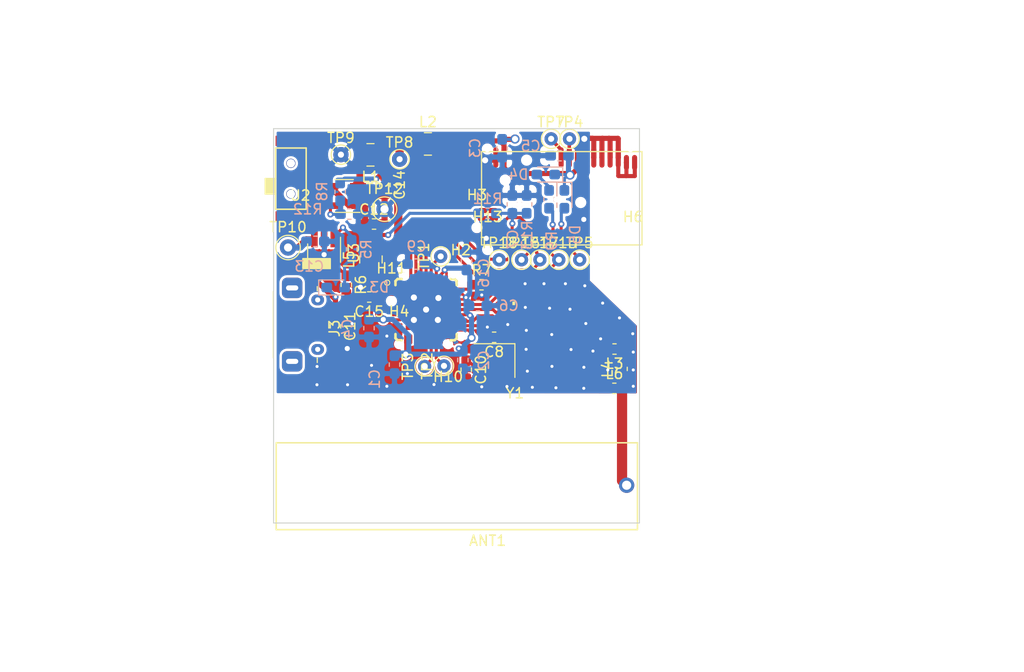
<source format=kicad_pcb>
(kicad_pcb (version 20171130) (host pcbnew "(5.1.5)-3")
  (layers (0 Top signal) (31 Bottom power) (34 B.Paste user hide) (35 F.Paste user hide) (36 B.SilkS user hide) (37 F.SilkS user hide) (38 B.Mask user hide) (39 F.Mask user hide) (44 Edge.Cuts user))
  (net 0 "")
  (net 1 GND)
  (net 2 VDD)
  (net 3 V+)
  (net 4 "Net-(C9-Pad2)")
  (net 5 "Net-(ANT1-Pad1)")
  (net 6 "Net-(L1-Pad2)")
  (net 7 "Net-(J3-Pad2)")
  (net 8 "Net-(J3-Pad3)")
  (net 9 "Net-(J3-Pad4)")
  (net 10 "Net-(CC1-Pad15)")
  (net 11 "Net-(CC1-Pad16)")
  (net 12 "Net-(C10-Pad1)")
  (net 13 "Net-(C8-Pad1)")
  (net 14 "Net-(CC1-Pad23)")
  (net 15 "Net-(CC1-Pad24)")
  (net 16 "Net-(CC1-Pad27)")
  (net 17 "Net-(CC1-Pad31)")
  (net 18 "Net-(CC1-Pad32)")
  (net 19 "Net-(CC1-Pad33)")
  (net 20 "Net-(CC1-Pad34)")
  (net 21 "Net-(CC1-Pad35)")
  (net 22 "Net-(TP7-Pad1)")
  (net 23 "Net-(TP4-Pad1)")
  (net 24 "Net-(TP5-Pad1)")
  (net 25 "Net-(C1-Pad1)")
  (net 26 "Net-(C3-Pad1)")
  (net 27 USB_5V)
  (net 28 "Net-(IC1-Pad1)")
  (net 29 "Net-(R12-Pad2)")
  (net 30 VBAT)
  (net 31 "Net-(D3-Pad2)")
  (net 32 LED1_OUT)
  (net 33 LED2_OUT)
  (net 34 "Net-(J3-Pad6)")
  (net 35 BLE_VBAT)
  (net 36 "Net-(U1-PadP1_5)")
  (net 37 "Net-(U1-PadP1_4)")
  (net 38 "Net-(U1-PadP1_3)")
  (net 39 "Net-(CC1-Pad5)")
  (net 40 "Net-(CC1-Pad6)")
  (net 41 "Net-(CC1-Pad7)")
  (net 42 "Net-(CC1-Pad11)")
  (net 43 "Net-(CC1-Pad12)")
  (net 44 "Net-(CC1-Pad13)")
  (net 45 "Net-(CC1-Pad14)")
  (net 46 "Net-(CC1-Pad17)")
  (net 47 "Net-(D4-Pad2)")
  (net 48 "Net-(U1-PadP0_7)")
  (net 49 "Net-(R6-Pad1)")
  (net 50 "Net-(R5-Pad2)")
  (net 51 "Net-(U1-PadP1_0)")
  (net 52 "Net-(U1-PadP1_1)")
  (net 53 "Net-(CC1-Pad1)")
  (net 54 "Net-(U1-PadP1_2)")
  (module "footprints:W3127 433Mhz" (layer Top) (at 160.8 109.35 180)
    (fp_text reference ANT1 (at 13.62 -5.43 180) (layer F.SilkS))
    (fp_text value ANTENNA)
    (pad "" np_thru_hole circle (at 29.15 0 180) (size 2.5 2.5) (drill 2.5) (layers *.Cu))
    (pad "" np_thru_hole circle (at 4.15 0 180) (size 2.5 2.5) (drill 2.5) (layers *.Cu))
    (pad 1 thru_hole circle (at 0 0 180) (size 1.5 1.5) (drill 0.9) (layers *.Cu *.Mask) (net 5 "Net-(ANT1-Pad1)"))
  )
  (module Inductor_SMD:L_0603_1608Metric (layer Top) (at 159.595001 99.855001)
    (fp_text reference L6 (at 0 -1.43) (layer F.SilkS))
    (fp_text value 12nH)
    (pad 2 smd roundrect (at 0.7875 0) (size 0.875 0.95) (layers Top F.Paste F.Mask) (net 5 "Net-(ANT1-Pad1)"))
    (pad 1 smd roundrect (at -0.7875 0) (size 0.875 0.95) (layers Top F.Paste F.Mask) (net 1 GND))
  )
  (module Inductor_SMD:L_0603_1608Metric (layer Top) (at 160.35 97.95 90)
    (fp_text reference L4 (at 0 -1.43 90) (layer F.SilkS))
    (fp_text value 12nH)
    (pad 2 smd roundrect (at 0.7875 0 90) (size 0.875 0.95) (layers Top F.Paste F.Mask) (net 28 "Net-(IC1-Pad1)"))
    (pad 1 smd roundrect (at -0.7875 0 90) (size 0.875 0.95) (layers Top F.Paste F.Mask) (net 5 "Net-(ANT1-Pad1)"))
  )
  (module Inductor_SMD:L_0603_1608Metric (layer Top) (at 159.6125 96 180)
    (fp_text reference L3 (at 0 -1.43) (layer F.SilkS))
    (fp_text value 6.8nH)
    (pad 2 smd roundrect (at 0.7875 0 180) (size 0.875 0.95) (layers Top F.Paste F.Mask) (net 1 GND))
    (pad 1 smd roundrect (at -0.7875 0 180) (size 0.875 0.95) (layers Top F.Paste F.Mask) (net 28 "Net-(IC1-Pad1)"))
  )
  (module footprints:GuideHole_0.6mm (layer Top) (at 150.3 81.65)
    (fp_text reference H8 hide)
    (fp_text value MountingHole)
    (pad "" np_thru_hole circle (at 0 0.19) (size 0.6 0.6) (drill 0.6) (layers *.Cu))
  )
  (module footprints:GuideHole_0.6mm (layer Top) (at 153.95 81.15)
    (fp_text reference H8 hide)
    (fp_text value MountingHole)
    (pad "" np_thru_hole circle (at 0 0.19) (size 0.6 0.6) (drill 0.6) (layers *.Cu))
  )
  (module footprints:GuideHole_0.6mm (layer Top) (at 156.3 81.45)
    (fp_text reference H8 hide)
    (fp_text value MountingHole)
    (pad "" np_thru_hole circle (at 0 0.19) (size 0.6 0.6) (drill 0.6) (layers *.Cu))
  )
  (module footprints:GuideHole_0.6mm (layer Top) (at 148.9 79.25)
    (fp_text reference H8 hide)
    (fp_text value MountingHole)
    (pad "" np_thru_hole circle (at 0 0.19) (size 0.6 0.6) (drill 0.6) (layers *.Cu))
  )
  (module footprints:GuideHole_0.6mm (layer Top) (at 151 77.3)
    (fp_text reference H8 hide)
    (fp_text value MountingHole)
    (pad "" np_thru_hole circle (at 0 0.19) (size 0.6 0.6) (drill 0.6) (layers *.Cu))
  )
  (module footprints:GuideHole_0.6mm (layer Top) (at 157.65 78.9)
    (fp_text reference H8 hide)
    (fp_text value MountingHole)
    (pad "" np_thru_hole circle (at 0 0.19) (size 0.6 0.6) (drill 0.6) (layers *.Cu))
  )
  (module footprints:GuideHole_0.6mm (layer Top) (at 160.95 79.8)
    (fp_text reference H8 hide)
    (fp_text value MountingHole)
    (pad "" np_thru_hole circle (at 0 0.19) (size 0.6 0.6) (drill 0.6) (layers *.Cu))
  )
  (module Package_TO_SOT_SMD:SOT-23-5_HandSoldering (layer Top) (at 131.15 86.6 270)
    (fp_text reference U3 (at 0 -2.9 90) (layer F.SilkS))
    (fp_text value XT4052)
    (pad 5 smd rect (at 1.35 -0.95 270) (size 1.56 0.65) (layers Top F.Paste F.Mask) (net 49 "Net-(R6-Pad1)"))
    (pad 4 smd rect (at 1.35 0.95 270) (size 1.56 0.65) (layers Top F.Paste F.Mask) (net 27 USB_5V))
    (pad 3 smd rect (at -1.35 0.95 270) (size 1.56 0.65) (layers Top F.Paste F.Mask) (net 30 VBAT))
    (pad 2 smd rect (at -1.35 0 270) (size 1.56 0.65) (layers Top F.Paste F.Mask) (net 1 GND))
    (pad 1 smd rect (at -1.35 -0.95 270) (size 1.56 0.65) (layers Top F.Paste F.Mask) (net 50 "Net-(R5-Pad2)"))
  )
  (module footprints:BLE113-A (layer Top) (at 154.4425 81.225 270)
    (fp_text reference U1 hide)
    (fp_text value BLE113-A)
    (pad P0_7 smd roundrect (at 4.02 5.66) (size 0.5 2) (layers Top F.Paste F.Mask) (roundrect_rratio 0.5) (net 48 "Net-(U1-PadP0_7)"))
    (pad P0_1 smd roundrect (at 3.99 0.86) (size 0.5 2) (layers Top F.Paste F.Mask) (roundrect_rratio 0.5) (net 33 LED2_OUT))
    (pad GND@10 smd roundrect (at 4 -2.3375) (size 0.5 2) (layers Top F.Paste F.Mask) (roundrect_rratio 0.5) (net 1 GND))
    (pad RESET smd roundrect (at 4 -0.7375) (size 0.5 2) (layers Top F.Paste F.Mask) (roundrect_rratio 0.5) (net 24 "Net-(TP5-Pad1)"))
    (pad P0_0 smd roundrect (at 4 0.0625) (size 0.5 2) (layers Top F.Paste F.Mask) (roundrect_rratio 0.5) (net 32 LED1_OUT))
    (pad P0_2 smd roundrect (at 4 1.6625) (size 0.5 2) (layers Top F.Paste F.Mask) (roundrect_rratio 0.5) (net 18 "Net-(CC1-Pad32)"))
    (pad P0_3 smd roundrect (at 4 2.4625) (size 0.5 2) (layers Top F.Paste F.Mask) (roundrect_rratio 0.5) (net 19 "Net-(CC1-Pad33)"))
    (pad P0_4 smd roundrect (at 4 3.2625) (size 0.5 2) (layers Top F.Paste F.Mask) (roundrect_rratio 0.5) (net 21 "Net-(CC1-Pad35)"))
    (pad P0_5 smd roundrect (at 4 4.0625) (size 0.5 2) (layers Top F.Paste F.Mask) (roundrect_rratio 0.5) (net 20 "Net-(CC1-Pad34)"))
    (pad GND@9 smd roundrect (at 4 6.4625) (size 0.5 2) (layers Top F.Paste F.Mask) (roundrect_rratio 0.5) (net 1 GND))
    (pad DVDD smd roundrect (at -4 5.6625) (size 0.5 2) (layers Top F.Paste F.Mask) (roundrect_rratio 0.5) (net 26 "Net-(C3-Pad1)"))
    (pad GND@8 smd roundrect (at -4 6.4625) (size 0.5 2) (layers Top F.Paste F.Mask) (roundrect_rratio 0.5) (net 1 GND))
    (pad GND smd roundrect (at -3.5 -7.1375) (size 0.5 1.5) (layers Top F.Paste F.Mask) (roundrect_rratio 0.5) (net 1 GND))
    (pad GND@2 smd roundrect (at -3.5 -6.3375) (size 0.5 1.5) (layers Top F.Paste F.Mask) (roundrect_rratio 0.5) (net 1 GND))
    (pad GND@3 smd roundrect (at -4 -5.5375) (size 0.5 2) (layers Top F.Paste F.Mask) (roundrect_rratio 0.5) (net 1 GND))
    (pad GND@4 smd roundrect (at -4 -4.7375) (size 0.5 2) (layers Top F.Paste F.Mask) (roundrect_rratio 0.5) (net 1 GND))
    (pad GND@5 smd roundrect (at -4 -3.9375) (size 0.5 2) (layers Top F.Paste F.Mask) (roundrect_rratio 0.5) (net 1 GND))
    (pad GND@6 smd roundrect (at -4 -3.1375) (size 0.5 2) (layers Top F.Paste F.Mask) (roundrect_rratio 0.5) (net 1 GND))
    (pad GND@7 smd roundrect (at -4 -2.3375) (size 0.5 2) (layers Top F.Paste F.Mask) (roundrect_rratio 0.5) (net 1 GND))
    (pad AVDD smd roundrect (at -4 -1.5375) (size 0.5 2) (layers Top F.Paste F.Mask) (roundrect_rratio 0.5) (net 26 "Net-(C3-Pad1)"))
    (pad P2_2 smd roundrect (at -4 -0.7375) (size 0.5 2) (layers Top F.Paste F.Mask) (roundrect_rratio 0.5) (net 23 "Net-(TP4-Pad1)"))
    (pad P2_1 smd roundrect (at -4 0.0625) (size 0.5 2) (layers Top F.Paste F.Mask) (roundrect_rratio 0.5) (net 22 "Net-(TP7-Pad1)"))
    (pad P1_0 smd roundrect (at 2 7.2375 90) (size 0.5 2) (layers Top F.Paste F.Mask) (roundrect_rratio 0.5) (net 51 "Net-(U1-PadP1_0)"))
    (pad P1_1 smd roundrect (at 1.2 7.2375 90) (size 0.5 2) (layers Top F.Paste F.Mask) (roundrect_rratio 0.5) (net 52 "Net-(U1-PadP1_1)"))
    (pad P1_2 smd roundrect (at 0.4 7.225 90) (size 0.5 2) (layers Top F.Paste F.Mask) (roundrect_rratio 0.5) (net 54 "Net-(U1-PadP1_2)"))
    (pad P1_3 smd roundrect (at -0.4 7.225 90) (size 0.5 2) (layers Top F.Paste F.Mask) (roundrect_rratio 0.5) (net 38 "Net-(U1-PadP1_3)"))
    (pad P1_4 smd roundrect (at -1.2 7.225 90) (size 0.5 2) (layers Top F.Paste F.Mask) (roundrect_rratio 0.5) (net 37 "Net-(U1-PadP1_4)"))
    (pad P1_5 smd roundrect (at -2 7.225 90) (size 0.5 2) (layers Top F.Paste F.Mask) (roundrect_rratio 0.5) (net 36 "Net-(U1-PadP1_5)"))
    (pad P0_6 smd roundrect (at 4.01 4.86) (size 0.5 2) (layers Top F.Paste F.Mask) (roundrect_rratio 0.5) (net 35 BLE_VBAT))
  )
  (module footprints:TestPoint_THTPad_D1.5mm_Drill0.6mm (layer Top) (at 138.55 77.4)
    (fp_text reference TP8 (at 0 -1.648) (layer F.SilkS))
    (fp_text value VDD)
    (pad 1 thru_hole circle (at 0 0) (size 1.5 1.5) (drill 0.6) (layers *.Cu *.Mask) (net 2 VDD))
  )
  (module Capacitor_SMD:C_0603_1608Metric_Pad1.05x0.95mm_HandSolder (layer Bottom) (at 153.2 81.325 90)
    (fp_text reference R9 (at -4.075 0.25 270) (layer B.SilkS) (effects (justify mirror)))
    (fp_text value 100)
    (pad 2 smd roundrect (at 0.875 0 90) (size 1.05 0.95) (layers Bottom B.Paste B.Mask) (net 47 "Net-(D4-Pad2)"))
    (pad 1 smd roundrect (at -0.875 0 90) (size 1.05 0.95) (layers Bottom B.Paste B.Mask) (net 33 LED2_OUT))
  )
  (module LED_SMD:LED_0603_1608Metric_Pad1.05x0.95mm_HandSolder (layer Bottom) (at 154.7 81.325 270)
    (fp_text reference D5 (at 3.475 -1.05 90) (layer B.SilkS) (effects (justify mirror)))
    (fp_text value GREEN)
    (pad 2 smd roundrect (at 0.875 0 270) (size 1.05 0.95) (layers Bottom B.Paste B.Mask) (net 32 LED1_OUT))
    (pad 1 smd roundrect (at -0.875 0 270) (size 1.05 0.95) (layers Bottom B.Paste B.Mask) (net 26 "Net-(C3-Pad1)"))
  )
  (module footprints:TestPoint_THTPad_D1.5mm_Drill0.6mm (layer Top) (at 150.5 87.25)
    (fp_text reference TP16 (at 0 -1.648) (layer F.SilkS))
    (fp_text value SPI_SS)
    (pad 1 thru_hole circle (at 0 0) (size 1.3 1.3) (drill 0.6) (layers *.Cu *.Mask) (net 21 "Net-(CC1-Pad35)"))
  )
  (module Capacitor_SMD:C_0603_1608Metric_Pad1.05x0.95mm_HandSolder (layer Bottom) (at 154.225 77.05 180)
    (fp_text reference C5 (at 2.825 0.95 180) (layer B.SilkS) (effects (justify mirror)))
    (fp_text value 1uF)
    (pad 2 smd roundrect (at 0.875 0 180) (size 1.05 0.95) (layers Bottom B.Paste B.Mask) (net 1 GND))
    (pad 1 smd roundrect (at -0.875 0 180) (size 1.05 0.95) (layers Bottom B.Paste B.Mask) (net 26 "Net-(C3-Pad1)"))
  )
  (module footprints:TestPoint_THTPad_D1.5mm_Drill0.6mm (layer Top) (at 152.3 87.25)
    (fp_text reference TP17 (at 0 -1.648) (layer F.SilkS))
    (fp_text value SPI_MOSI)
    (pad 1 thru_hole circle (at 0 0) (size 1.3 1.3) (drill 0.6) (layers *.Cu *.Mask) (net 19 "Net-(CC1-Pad33)"))
  )
  (module footprints:TestPoint_THTPad_D1.5mm_Drill0.6mm (layer Top) (at 154.15 87.25)
    (fp_text reference TP15 (at 0 -1.648) (layer F.SilkS))
    (fp_text value SPI_MISO)
    (pad 1 thru_hole circle (at 0 0) (size 1.3 1.3) (drill 0.6) (layers *.Cu *.Mask) (net 18 "Net-(CC1-Pad32)"))
  )
  (module Capacitor_SMD:C_0603_1608Metric_Pad1.05x0.95mm_HandSolder (layer Top) (at 135.575 90.9 180)
    (fp_text reference C15 (at 0 -1.43 180) (layer F.SilkS))
    (fp_text value 1uF)
    (pad 2 smd roundrect (at 0.875 0 180) (size 1.05 0.95) (layers Top F.Paste F.Mask) (net 1 GND))
    (pad 1 smd roundrect (at -0.875 0 180) (size 1.05 0.95) (layers Top F.Paste F.Mask) (net 25 "Net-(C1-Pad1)"))
  )
  (module Capacitor_SMD:C_0603_1608Metric_Pad1.05x0.95mm_HandSolder (layer Bottom) (at 145.1 87.375 90)
    (fp_text reference C16 (at -1.175 1.7 90) (layer B.SilkS) (effects (justify mirror)))
    (fp_text value 1uF)
    (pad 1 smd roundrect (at -0.875 0 90) (size 1.05 0.95) (layers Bottom B.Paste B.Mask) (net 25 "Net-(C1-Pad1)"))
    (pad 2 smd roundrect (at 0.875 0 90) (size 1.05 0.95) (layers Bottom B.Paste B.Mask) (net 1 GND))
  )
  (module Inductor_SMD:L_Wuerth_MAPI-2512 (layer Top) (at 135.695 76.97 180)
    (fp_text reference L1 (at 0 -2.15 180) (layer F.SilkS))
    (fp_text value "1.5u uH")
    (pad 1 smd rect (at -0.975 0 180) (size 0.85 2.3) (layers Top F.Paste F.Mask) (net 2 VDD))
    (pad 2 smd rect (at 0.975 0 180) (size 0.85 2.3) (layers Top F.Paste F.Mask) (net 6 "Net-(L1-Pad2)"))
  )
  (module Capacitor_SMD:C_0603_1608Metric_Pad1.05x0.95mm_HandSolder (layer Bottom) (at 149.6 81.825 90)
    (fp_text reference C7 (at -3.425 0.05 270) (layer B.SilkS) (effects (justify mirror)))
    (fp_text value 4.7uF)
    (pad 1 smd roundrect (at -0.875 0 90) (size 1.05 0.95) (layers Bottom B.Paste B.Mask) (net 35 BLE_VBAT))
    (pad 2 smd roundrect (at 0.875 0 90) (size 1.05 0.95) (layers Bottom B.Paste B.Mask) (net 1 GND))
  )
  (module footprints:QLP-36_CC1110 (layer Top) (at 141.145225 92.137239)
    (fp_text reference CC1 hide)
    (fp_text value CC1110 hide)
    (pad 2 smd roundrect (at -2.9 -1.5) (size 0.95 0.3) (layers Top F.Paste F.Mask) (roundrect_rratio 0.4) (net 25 "Net-(C1-Pad1)"))
    (pad 10 smd roundrect (at -2 2.9 90) (size 0.95 0.3) (layers Top F.Paste F.Mask) (roundrect_rratio 0.4) (net 25 "Net-(C1-Pad1)"))
    (pad 15 smd roundrect (at 0.5 2.9 90) (size 0.95 0.3) (layers Top F.Paste F.Mask) (roundrect_rratio 0.4) (net 10 "Net-(CC1-Pad15)"))
    (pad 16 smd roundrect (at 1 2.9 90) (size 0.95 0.3) (layers Top F.Paste F.Mask) (roundrect_rratio 0.4) (net 11 "Net-(CC1-Pad16)"))
    (pad 19 smd roundrect (at 2.9 2) (size 0.95 0.3) (layers Top F.Paste F.Mask) (roundrect_rratio 0.4) (net 25 "Net-(C1-Pad1)"))
    (pad 20 smd roundrect (at 2.9 1.5) (size 0.95 0.3) (layers Top F.Paste F.Mask) (roundrect_rratio 0.4) (net 12 "Net-(C10-Pad1)"))
    (pad 21 smd roundrect (at 2.9 1) (size 0.95 0.3) (layers Top F.Paste F.Mask) (roundrect_rratio 0.4) (net 13 "Net-(C8-Pad1)"))
    (pad 22 smd roundrect (at 2.9 0.5) (size 0.95 0.3) (layers Top F.Paste F.Mask) (roundrect_rratio 0.4) (net 25 "Net-(C1-Pad1)"))
    (pad 23 smd roundrect (at 2.9 0) (size 0.95 0.3) (layers Top F.Paste F.Mask) (roundrect_rratio 0.4) (net 14 "Net-(CC1-Pad23)"))
    (pad 24 smd roundrect (at 2.9 -0.5) (size 0.95 0.3) (layers Top F.Paste F.Mask) (roundrect_rratio 0.4) (net 15 "Net-(CC1-Pad24)"))
    (pad 25 smd roundrect (at 2.9 -1) (size 0.95 0.3) (layers Top F.Paste F.Mask) (roundrect_rratio 0.4) (net 25 "Net-(C1-Pad1)"))
    (pad 26 smd roundrect (at 2.9 -1.5) (size 0.95 0.3) (layers Top F.Paste F.Mask) (roundrect_rratio 0.4) (net 25 "Net-(C1-Pad1)"))
    (pad 27 smd roundrect (at 2.9 -2) (size 0.95 0.3) (layers Top F.Paste F.Mask) (roundrect_rratio 0.4) (net 16 "Net-(CC1-Pad27)"))
    (pad 28 smd roundrect (at 2 -2.9 90) (size 0.95 0.3) (layers Top F.Paste F.Mask) (roundrect_rratio 0.4) (net 25 "Net-(C1-Pad1)"))
    (pad 29 smd roundrect (at 1.5 -2.9 90) (size 0.95 0.3) (layers Top F.Paste F.Mask) (roundrect_rratio 0.4) (net 25 "Net-(C1-Pad1)"))
    (pad 30 smd roundrect (at 1 -2.9 90) (size 0.95 0.3) (layers Top F.Paste F.Mask) (roundrect_rratio 0.4) (net 4 "Net-(C9-Pad2)"))
    (pad 31 smd roundrect (at 0.5 -2.9 90) (size 0.95 0.3) (layers Top F.Paste F.Mask) (roundrect_rratio 0.4) (net 17 "Net-(CC1-Pad31)"))
    (pad 32 smd roundrect (at 0 -2.9 90) (size 0.95 0.3) (layers Top F.Paste F.Mask) (roundrect_rratio 0.4) (net 18 "Net-(CC1-Pad32)"))
    (pad 33 smd roundrect (at -0.5 -2.9 90) (size 0.95 0.3) (layers Top F.Paste F.Mask) (roundrect_rratio 0.4) (net 19 "Net-(CC1-Pad33)"))
    (pad 34 smd roundrect (at -1 -2.9 90) (size 0.95 0.3) (layers Top F.Paste F.Mask) (roundrect_rratio 0.4) (net 20 "Net-(CC1-Pad34)"))
    (pad 35 smd roundrect (at -1.5 -2.9 90) (size 0.95 0.3) (layers Top F.Paste F.Mask) (roundrect_rratio 0.4) (net 21 "Net-(CC1-Pad35)"))
    (pad 37 smd rect (at 0 0) (size 4 4) (layers Top F.Paste F.Mask) (net 1 GND))
    (pad 1 smd roundrect (at -2.9 -2) (size 0.95 0.3) (layers Top F.Paste F.Mask) (roundrect_rratio 0.4) (net 53 "Net-(CC1-Pad1)"))
    (pad 5 smd roundrect (at -2.9 0) (size 0.95 0.3) (layers Top F.Paste F.Mask) (roundrect_rratio 0.4) (net 39 "Net-(CC1-Pad5)"))
    (pad 6 smd roundrect (at -2.9 0.5) (size 0.95 0.3) (layers Top F.Paste F.Mask) (roundrect_rratio 0.4) (net 40 "Net-(CC1-Pad6)"))
    (pad 7 smd roundrect (at -2.9 1) (size 0.95 0.3) (layers Top F.Paste F.Mask) (roundrect_rratio 0.4) (net 41 "Net-(CC1-Pad7)"))
    (pad 11 smd roundrect (at -1.5 2.9 90) (size 0.95 0.3) (layers Top F.Paste F.Mask) (roundrect_rratio 0.4) (net 42 "Net-(CC1-Pad11)"))
    (pad 12 smd roundrect (at -1 2.9 90) (size 0.95 0.3) (layers Top F.Paste F.Mask) (roundrect_rratio 0.4) (net 43 "Net-(CC1-Pad12)"))
    (pad 13 smd roundrect (at -0.5 2.9 90) (size 0.95 0.3) (layers Top F.Paste F.Mask) (roundrect_rratio 0.4) (net 44 "Net-(CC1-Pad13)"))
    (pad 14 smd roundrect (at 0 2.9 90) (size 0.95 0.3) (layers Top F.Paste F.Mask) (roundrect_rratio 0.4) (net 45 "Net-(CC1-Pad14)"))
    (pad 17 smd roundrect (at 1.5 2.9 90) (size 0.95 0.3) (layers Top F.Paste F.Mask) (roundrect_rratio 0.4) (net 46 "Net-(CC1-Pad17)"))
  )
  (module TestPoint:TestPoint_THTPad_D1.5mm_Drill0.7mm (layer Top) (at 142.575 86.925 90)
    (fp_text reference TP1 (at 0 -1.648 90) (layer F.SilkS))
    (fp_text value RES_CC)
    (pad 1 thru_hole circle (at 0 0 90) (size 1.3 1.3) (drill 0.6) (layers *.Cu *.Mask) (net 17 "Net-(CC1-Pad31)"))
  )
  (module TestPoint:TestPoint_THTPad_D1.5mm_Drill0.7mm (layer Top) (at 142.9 97.65 90)
    (fp_text reference TP2 (at 0 -1.648 90) (layer F.SilkS))
    (fp_text value DC_CC)
    (pad 1 thru_hole circle (at 0 0 90) (size 1.3 1.3) (drill 0.6) (layers *.Cu *.Mask) (net 11 "Net-(CC1-Pad16)"))
  )
  (module TestPoint:TestPoint_THTPad_D1.5mm_Drill0.7mm (layer Top) (at 141 97.7 90)
    (fp_text reference TP3 (at 0 -1.648 90) (layer F.SilkS))
    (fp_text value DD_CC)
    (pad 1 thru_hole circle (at 0 0 90) (size 1.3 1.3) (drill 0.6) (layers *.Cu *.Mask) (net 10 "Net-(CC1-Pad15)"))
  )
  (module TestPoint:TestPoint_THTPad_D2.0mm_Drill1.0mm (layer Top) (at 137.075 82.29)
    (fp_text reference TP12 (at 0 -1.998) (layer F.SilkS))
    (fp_text value GND)
    (pad 1 thru_hole circle (at 0 0) (size 1.6 1.6) (drill 0.8) (layers *.Cu *.Mask) (net 1 GND))
  )
  (module TestPoint:TestPoint_THTPad_D2.0mm_Drill1.0mm (layer Top) (at 127.62 86.05)
    (fp_text reference TP10 (at 0 -1.998) (layer F.SilkS))
    (fp_text value Vbat)
    (pad 1 thru_hole circle (at 0 0) (size 1.6 1.6) (drill 0.8) (layers *.Cu *.Mask) (net 30 VBAT))
  )
  (module footprints:TestPoint_THTPad_D1.5mm_Drill0.6mm (layer Top) (at 155.2 75.4)
    (fp_text reference TP4 (at 0 -1.648) (layer F.SilkS))
    (fp_text value DC_BLE)
    (pad 1 thru_hole circle (at 0 0) (size 1.3 1.3) (drill 0.6) (layers *.Cu *.Mask) (net 23 "Net-(TP4-Pad1)"))
  )
  (module footprints:TestPoint_THTPad_D1.5mm_Drill0.6mm (layer Top) (at 153.4 75.4)
    (fp_text reference TP7 (at 0 -1.648) (layer F.SilkS))
    (fp_text value DD_BLE)
    (pad 1 thru_hole circle (at 0 0) (size 1.3 1.3) (drill 0.6) (layers *.Cu *.Mask) (net 22 "Net-(TP7-Pad1)"))
  )
  (module footprints:TestPoint_THTPad_D1.5mm_Drill0.6mm (layer Top) (at 148.3 87.25)
    (fp_text reference TP18 (at 0 -1.648) (layer F.SilkS))
    (fp_text value SPI_SCL)
    (pad 1 thru_hole circle (at 0 0) (size 1.3 1.3) (drill 0.6) (layers *.Cu *.Mask) (net 20 "Net-(CC1-Pad34)"))
  )
  (module footprints:TestPoint_THTPad_D1.5mm_Drill0.6mm (layer Top) (at 132.8 76.95)
    (fp_text reference TP9 (at 0 -1.648) (layer F.SilkS))
    (fp_text value GND)
    (pad 1 thru_hole circle (at 0 0) (size 1.5 1.5) (drill 0.6) (layers *.Cu *.Mask) (net 1 GND))
  )
  (module footprints:TestPoint_THTPad_D1.5mm_Drill0.6mm (layer Top) (at 156.2 87.25)
    (fp_text reference TP5 (at 0 -1.648) (layer F.SilkS))
    (fp_text value RES_BLE)
    (pad 1 thru_hole circle (at 0 0) (size 1.3 1.3) (drill 0.6) (layers *.Cu *.Mask) (net 24 "Net-(TP5-Pad1)"))
  )
  (module Capacitor_SMD:C_0603_1608Metric_Pad1.05x0.95mm_HandSolder (layer Bottom) (at 147.175 82.7 180)
    (fp_text reference R11 (at 0 1.43 180) (layer B.SilkS) (effects (justify mirror)))
    (fp_text value 249k)
    (pad 2 smd roundrect (at 0.875 0 180) (size 1.05 0.95) (layers Bottom B.Paste B.Mask) (net 3 V+))
    (pad 1 smd roundrect (at -0.875 0 180) (size 1.05 0.95) (layers Bottom B.Paste B.Mask) (net 35 BLE_VBAT))
  )
  (module Capacitor_SMD:C_0603_1608Metric_Pad1.05x0.95mm_HandSolder (layer Bottom) (at 151 81.825 270)
    (fp_text reference R13 (at 3.025 -0.05 90) (layer B.SilkS) (effects (justify mirror)))
    (fp_text value 100k)
    (pad 1 smd roundrect (at -0.875 0 270) (size 1.05 0.95) (layers Bottom B.Paste B.Mask) (net 1 GND))
    (pad 2 smd roundrect (at 0.875 0 270) (size 1.05 0.95) (layers Bottom B.Paste B.Mask) (net 35 BLE_VBAT))
  )
  (module footprints:U254-051T-4BH23-S2B (layer Top) (at 127.62 93.61 270)
    (fp_text reference J3 (at 0.37 -4.55 90) (layer F.SilkS))
    (fp_text value USB_B_Micro)
    (pad 6 thru_hole oval (at 2.425 -2.9 270) (size 1.05 1.25) (drill 0.5) (layers *.Cu *.Mask) (net 34 "Net-(J3-Pad6)"))
    (pad 6 thru_hole roundrect (at 3.6 -0.4) (size 2 2) (drill oval 1.2 0.5) (layers *.Cu *.Mask) (net 34 "Net-(J3-Pad6)"))
    (pad 6 thru_hole roundrect (at -3.6 -0.4) (size 2 2) (drill oval 1.2 0.5) (layers *.Cu *.Mask) (net 34 "Net-(J3-Pad6)"))
    (pad 6 thru_hole oval (at -2.425 -2.9 270) (size 1.05 1.25) (drill 0.5) (layers *.Cu *.Mask) (net 34 "Net-(J3-Pad6)"))
    (pad 5 smd rect (at 1.3 -2.7 270) (size 0.45 1.38) (layers Top F.Paste F.Mask) (net 1 GND))
    (pad 4 smd rect (at 0.65 -2.7 270) (size 0.45 1.38) (layers Top F.Paste F.Mask) (net 9 "Net-(J3-Pad4)"))
    (pad 3 smd rect (at 0 -2.7 270) (size 0.45 1.38) (layers Top F.Paste F.Mask) (net 8 "Net-(J3-Pad3)"))
    (pad 2 smd rect (at -0.65 -2.7 270) (size 0.45 1.38) (layers Top F.Paste F.Mask) (net 7 "Net-(J3-Pad2)"))
    (pad 1 smd rect (at -1.3 -2.7 270) (size 0.45 1.38) (layers Top F.Paste F.Mask) (net 27 USB_5V))
  )
  (module LED_SMD:LED_0603_1608Metric_Pad1.05x0.95mm_HandSolder (layer Bottom) (at 152.875 78.9 180)
    (fp_text reference D4 (at 2.675 0) (layer B.SilkS) (effects (justify mirror)))
    (fp_text value RED)
    (pad 1 smd roundrect (at -0.875 0 180) (size 1.05 0.95) (layers Bottom B.Paste B.Mask) (net 26 "Net-(C3-Pad1)"))
    (pad 2 smd roundrect (at 0.875 0 180) (size 1.05 0.95) (layers Bottom B.Paste B.Mask) (net 47 "Net-(D4-Pad2)"))
  )
  (module Capacitor_SMD:C_0603_1608Metric_Pad1.05x0.95mm_HandSolder (layer Top) (at 133.325 89.7 270)
    (fp_text reference R6 (at 0 -1.43 270) (layer F.SilkS))
    (fp_text value 8.06k)
    (pad 2 smd roundrect (at 0.875 0 270) (size 1.05 0.95) (layers Top F.Paste F.Mask) (net 1 GND))
    (pad 1 smd roundrect (at -0.875 0 270) (size 1.05 0.95) (layers Top F.Paste F.Mask) (net 49 "Net-(R6-Pad1)"))
  )
  (module Capacitor_SMD:C_0603_1608Metric_Pad1.05x0.95mm_HandSolder (layer Bottom) (at 133.85 86.225 90)
    (fp_text reference R5 (at 0 1.43 90) (layer B.SilkS) (effects (justify mirror)))
    (fp_text value 470)
    (pad 1 smd roundrect (at -0.875 0 90) (size 1.05 0.95) (layers Bottom B.Paste B.Mask) (net 31 "Net-(D3-Pad2)"))
    (pad 2 smd roundrect (at 0.875 0 90) (size 1.05 0.95) (layers Bottom B.Paste B.Mask) (net 50 "Net-(R5-Pad2)"))
  )
  (module LED_SMD:LED_0603_1608Metric_Pad1.05x0.95mm_HandSolder (layer Bottom) (at 132.285 89.97)
    (fp_text reference D3 (at 4.265 -0.02) (layer B.SilkS) (effects (justify mirror)))
    (fp_text value ORANGE)
    (pad 1 smd roundrect (at -0.875 0) (size 1.05 0.95) (layers Bottom B.Paste B.Mask) (net 27 USB_5V))
    (pad 2 smd roundrect (at 0.875 0) (size 1.05 0.95) (layers Bottom B.Paste B.Mask) (net 31 "Net-(D3-Pad2)"))
  )
  (module Capacitor_SMD:C_0603_1608Metric_Pad1.05x0.95mm_HandSolder (layer Bottom) (at 132.725 80.6 90)
    (fp_text reference R8 (at 0.05 -1.775 90) (layer B.SilkS) (effects (justify mirror)))
    (fp_text value 249k)
    (pad 2 smd roundrect (at 0.875 0 90) (size 1.05 0.95) (layers Bottom B.Paste B.Mask) (net 2 VDD))
    (pad 1 smd roundrect (at -0.875 0 90) (size 1.05 0.95) (layers Bottom B.Paste B.Mask) (net 29 "Net-(R12-Pad2)"))
  )
  (module Capacitor_SMD:C_0603_1608Metric_Pad1.05x0.95mm_HandSolder (layer Top) (at 146.575 89.7)
    (fp_text reference R7 (at 0 -1.43) (layer F.SilkS))
    (fp_text value "56kOhm ± 1%")
    (pad 1 smd roundrect (at -0.875 0) (size 1.05 0.95) (layers Top F.Paste F.Mask) (net 16 "Net-(CC1-Pad27)"))
    (pad 2 smd roundrect (at 0.875 0) (size 1.05 0.95) (layers Top F.Paste F.Mask) (net 1 GND))
  )
  (module Capacitor_SMD:C_0603_1608Metric_Pad1.05x0.95mm_HandSolder (layer Top) (at 137.12 79.925 270)
    (fp_text reference C14 (at 0 -1.43 270) (layer F.SilkS))
    (fp_text value 10uF)
    (pad 2 smd roundrect (at 0.875 0 270) (size 1.05 0.95) (layers Top F.Paste F.Mask) (net 1 GND))
    (pad 1 smd roundrect (at -0.875 0 270) (size 1.05 0.95) (layers Top F.Paste F.Mask) (net 2 VDD))
  )
  (module Capacitor_SMD:C_0603_1608Metric_Pad1.05x0.95mm_HandSolder (layer Bottom) (at 130.3 85.45)
    (fp_text reference C13 (at -0.6 2.45) (layer B.SilkS) (effects (justify mirror)))
    (fp_text value 4.7uF)
    (pad 1 smd roundrect (at -0.875 0) (size 1.05 0.95) (layers Bottom B.Paste B.Mask) (net 30 VBAT))
    (pad 2 smd roundrect (at 0.875 0) (size 1.05 0.95) (layers Bottom B.Paste B.Mask) (net 1 GND))
  )
  (module Capacitor_SMD:C_0603_1608Metric_Pad1.05x0.95mm_HandSolder (layer Top) (at 136.045 83.75)
    (fp_text reference C12 (at 0 -1.43) (layer F.SilkS))
    (fp_text value 10uF)
    (pad 2 smd roundrect (at 0.875 0) (size 1.05 0.95) (layers Top F.Paste F.Mask) (net 1 GND))
    (pad 1 smd roundrect (at -0.875 0) (size 1.05 0.95) (layers Top F.Paste F.Mask) (net 3 V+))
  )
  (module Capacitor_SMD:C_0603_1608Metric_Pad1.05x0.95mm_HandSolder (layer Bottom) (at 133.625 82.775 180)
    (fp_text reference R12 (at 4.075 0.475 180) (layer B.SilkS) (effects (justify mirror)))
    (fp_text value 82k)
    (pad 1 smd roundrect (at -0.875 0 180) (size 1.05 0.95) (layers Bottom B.Paste B.Mask) (net 1 GND))
    (pad 2 smd roundrect (at 0.875 0 180) (size 1.05 0.95) (layers Bottom B.Paste B.Mask) (net 29 "Net-(R12-Pad2)"))
  )
  (module Capacitor_SMD:C_0603_1608Metric_Pad1.05x0.95mm_HandSolder (layer Top) (at 145.08 98.025 270)
    (fp_text reference C10 (at 0 -1.43 270) (layer F.SilkS))
    (fp_text value "12pF ±5%")
    (pad 2 smd roundrect (at 0.875 0 270) (size 1.05 0.95) (layers Top F.Paste F.Mask) (net 1 GND))
    (pad 1 smd roundrect (at -0.875 0 270) (size 1.05 0.95) (layers Top F.Paste F.Mask) (net 12 "Net-(C10-Pad1)"))
  )
  (module Capacitor_SMD:C_0603_1608Metric_Pad1.05x0.95mm_HandSolder (layer Bottom) (at 140.2 87.675)
    (fp_text reference C9 (at 0 -1.725) (layer B.SilkS) (effects (justify mirror)))
    (fp_text value 1uF)
    (pad 1 smd roundrect (at -0.875 0) (size 1.05 0.95) (layers Bottom B.Paste B.Mask) (net 1 GND))
    (pad 2 smd roundrect (at 0.875 0) (size 1.05 0.95) (layers Bottom B.Paste B.Mask) (net 4 "Net-(C9-Pad2)"))
  )
  (module Capacitor_SMD:C_0603_1608Metric_Pad1.05x0.95mm_HandSolder (layer Top) (at 147.815 94.85 180)
    (fp_text reference C8 (at 0 -1.43 180) (layer F.SilkS))
    (fp_text value "12pF ±5%")
    (pad 2 smd roundrect (at 0.875 0 180) (size 1.05 0.95) (layers Top F.Paste F.Mask) (net 1 GND))
    (pad 1 smd roundrect (at -0.875 0 180) (size 1.05 0.95) (layers Top F.Paste F.Mask) (net 13 "Net-(C8-Pad1)"))
  )
  (module Capacitor_SMD:C_0603_1608Metric_Pad1.05x0.95mm_HandSolder (layer Bottom) (at 146.225 91.75)
    (fp_text reference C6 (at 3.025 0) (layer B.SilkS) (effects (justify mirror)))
    (fp_text value 1uF)
    (pad 1 smd roundrect (at -0.875 0) (size 1.05 0.95) (layers Bottom B.Paste B.Mask) (net 25 "Net-(C1-Pad1)"))
    (pad 2 smd roundrect (at 0.875 0) (size 1.05 0.95) (layers Bottom B.Paste B.Mask) (net 1 GND))
  )
  (module Capacitor_SMD:C_0603_1608Metric_Pad1.05x0.95mm_HandSolder (layer Bottom) (at 135.55 93.95 270)
    (fp_text reference C4 (at 0.05 2.1 270) (layer B.SilkS) (effects (justify mirror)))
    (fp_text value 10uF)
    (pad 1 smd roundrect (at -0.875 0 270) (size 1.05 0.95) (layers Bottom B.Paste B.Mask) (net 25 "Net-(C1-Pad1)"))
    (pad 2 smd roundrect (at 0.875 0 270) (size 1.05 0.95) (layers Bottom B.Paste B.Mask) (net 1 GND))
  )
  (module Capacitor_SMD:C_0603_1608Metric_Pad1.05x0.95mm_HandSolder (layer Bottom) (at 148.6 76.325 270)
    (fp_text reference C3 (at -0.025 2.65 90) (layer B.SilkS) (effects (justify mirror)))
    (fp_text value 10uF)
    (pad 2 smd roundrect (at 0.875 0 270) (size 1.05 0.95) (layers Bottom B.Paste B.Mask) (net 1 GND))
    (pad 1 smd roundrect (at -0.875 0 270) (size 1.05 0.95) (layers Bottom B.Paste B.Mask) (net 26 "Net-(C3-Pad1)"))
  )
  (module Capacitor_SMD:C_0603_1608Metric_Pad1.05x0.95mm_HandSolder (layer Bottom) (at 144.75 97.075 270)
    (fp_text reference C2 (at 0.025 -2.05 270) (layer B.SilkS) (effects (justify mirror)))
    (fp_text value 1uF)
    (pad 1 smd roundrect (at -0.875 0 270) (size 1.05 0.95) (layers Bottom B.Paste B.Mask) (net 25 "Net-(C1-Pad1)"))
    (pad 2 smd roundrect (at 0.875 0 270) (size 1.05 0.95) (layers Bottom B.Paste B.Mask) (net 1 GND))
  )
  (module Capacitor_SMD:C_0603_1608Metric_Pad1.05x0.95mm_HandSolder (layer Bottom) (at 138.05 97.525 270)
    (fp_text reference C1 (at 1.425 1.95 270) (layer B.SilkS) (effects (justify mirror)))
    (fp_text value 1uF)
    (pad 2 smd roundrect (at 0.875 0 270) (size 1.05 0.95) (layers Bottom B.Paste B.Mask) (net 1 GND))
    (pad 1 smd roundrect (at -0.875 0 270) (size 1.05 0.95) (layers Bottom B.Paste B.Mask) (net 25 "Net-(C1-Pad1)"))
  )
  (module Capacitor_SMD:C_0603_1608Metric_Pad1.05x0.95mm_HandSolder (layer Top) (at 132.27 93.775 270)
    (fp_text reference C11 (at 0 -1.43 270) (layer F.SilkS))
    (fp_text value 4.7uF)
    (pad 1 smd roundrect (at -0.875 0 270) (size 1.05 0.95) (layers Top F.Paste F.Mask) (net 27 USB_5V))
    (pad 2 smd roundrect (at 0.875 0 270) (size 1.05 0.95) (layers Top F.Paste F.Mask) (net 1 GND))
  )
  (module footprints:GuideHole_0.6mm (layer Top) (at 144.56 94.75)
    (fp_text reference H12 hide)
    (fp_text value MountingHole)
    (pad "" np_thru_hole circle (at -0.01 0) (size 0.6 0.6) (drill 0.6) (layers *.Cu *.Mask))
  )
  (module footprints:GuideHole_0.6mm (layer Top) (at 143.8 88.77)
    (fp_text reference H1 hide)
    (fp_text value MountingHole)
    (pad "" np_thru_hole circle (at 0 0.03) (size 0.6 0.6) (drill 0.6) (layers *.Cu *.Mask))
  )
  (module footprints:0433BM15A0001 (layer Top) (at 149.1 91.525 180)
    (fp_text reference IC1 hide)
    (fp_text value 0433BM15A0001 hide)
    (pad 1 smd rect (at -0.65 0.875 180) (size 0.35 1) (layers Top F.Paste F.Mask) (net 28 "Net-(IC1-Pad1)"))
    (pad 2 smd rect (at 0 0.875 180) (size 0.35 1) (layers Top F.Paste F.Mask) (net 1 GND))
    (pad 3 smd rect (at 0.65 0.875 180) (size 0.35 1) (layers Top F.Paste F.Mask) (net 15 "Net-(CC1-Pad24)"))
    (pad 4 smd rect (at 0.65 -0.875) (size 0.35 1) (layers Top F.Paste F.Mask) (net 14 "Net-(CC1-Pad23)"))
    (pad 5 smd rect (at 0 -0.875) (size 0.35 1) (layers Top F.Paste F.Mask) (net 1 GND))
    (pad 6 smd rect (at -0.65 -0.875) (size 0.35 1) (layers Top F.Paste F.Mask) (net 1 GND))
  )
  (module Inductor_SMD:L_Wuerth_MAPI-2512 (layer Top) (at 141.325 75.9)
    (fp_text reference L2 (at 0 -2.15) (layer F.SilkS))
    (fp_text value "1.5u uH")
    (pad 2 smd rect (at 0.975 0) (size 0.85 2) (layers Top F.Paste F.Mask) (net 26 "Net-(C3-Pad1)"))
    (pad 1 smd rect (at -0.975 0) (size 0.85 2) (layers Top F.Paste F.Mask) (net 2 VDD))
  )
  (module Inductor_SMD:L_Wuerth_MAPI-2512 (layer Top) (at 135.74 87.22 90)
    (fp_text reference L5 (at 0 -2.15 90) (layer F.SilkS))
    (fp_text value "1.5u uH")
    (pad 1 smd rect (at -0.975 0 90) (size 0.85 2) (layers Top F.Paste F.Mask) (net 25 "Net-(C1-Pad1)"))
    (pad 2 smd rect (at 0.975 0 90) (size 0.85 2) (layers Top F.Paste F.Mask) (net 2 VDD))
  )
  (module footprints:GuideHole_0.6mm (layer Top) (at 139 88.7)
    (fp_text reference H9 hide)
    (fp_text value MountingHole)
    (pad "" np_thru_hole circle (at 0 0.07) (size 0.6 0.6) (drill 0.6) (layers *.Cu))
  )
  (module footprints:GuideHole_0.6mm (layer Top) (at 144.55 89.5)
    (fp_text reference H2 (at 0 -3.2) (layer F.SilkS))
    (fp_text value MountingHole)
    (pad "" np_thru_hole circle (at 0 0) (size 0.6 0.6) (drill 0.6) (layers *.Cu))
  )
  (module Crystal:Crystal_SMD_3225-4Pin_3.2x2.5mm (layer Top) (at 147.85 97.13 180)
    (fp_text reference Y1 (at -2 -3.2 180) (layer F.SilkS))
    (fp_text value 24Mhz)
    (pad 4 smd rect (at -1.1 -0.85 180) (size 1.4 1.2) (layers Top F.Paste F.Mask) (net 1 GND))
    (pad 3 smd rect (at 1.1 -0.85 180) (size 1.4 1.2) (layers Top F.Paste F.Mask) (net 12 "Net-(C10-Pad1)"))
    (pad 2 smd rect (at 1.1 0.85 180) (size 1.4 1.2) (layers Top F.Paste F.Mask) (net 1 GND))
    (pad 1 smd rect (at -1.1 0.85 180) (size 1.4 1.2) (layers Top F.Paste F.Mask) (net 13 "Net-(C8-Pad1)"))
  )
  (module footprints:GuideHole_0.6mm (layer Top) (at 161.18 76.2)
    (fp_text reference H7 hide)
    (fp_text value MountingHole)
    (pad "" np_thru_hole circle (at 0 0.2) (size 0.6 0.6) (drill 0.6) (layers *.Cu))
  )
  (module footprints:GuideHole_0.6mm (layer Top) (at 161.43 86.25)
    (fp_text reference H6 (at 0 -3.2) (layer F.SilkS))
    (fp_text value MountingHole)
    (pad "" np_thru_hole circle (at 0 0) (size 0.6 0.6) (drill 0.6) (layers *.Cu))
  )
  (module footprints:GuideHole_0.6mm (layer Top) (at 138.5 95.52)
    (fp_text reference H4 (at 0 -3.2) (layer F.SilkS))
    (fp_text value MountingHole)
    (pad "" np_thru_hole circle (at 0 0) (size 0.6 0.6) (drill 0.6) (layers *.Cu))
  )
  (module footprints:GuideHole_0.6mm (layer Top) (at 146.13 84.1)
    (fp_text reference H3 (at 0 -3.2) (layer F.SilkS))
    (fp_text value MountingHole)
    (pad "" np_thru_hole circle (at 0 0) (size 0.6 0.6) (drill 0.6) (layers *.Cu))
  )
  (module footprints:GuideHole_0.6mm (layer Top) (at 147.15 76.21)
    (fp_text reference H8 hide)
    (fp_text value MountingHole)
    (pad "" np_thru_hole circle (at 0 0.19) (size 0.6 0.6) (drill 0.6) (layers *.Cu))
  )
  (module footprints:GuideHole_0.6mm (layer Top) (at 137.75 91.29)
    (fp_text reference H11 (at 0 -3.2) (layer F.SilkS))
    (fp_text value MountingHole)
    (pad "" np_thru_hole circle (at 0 0) (size 0.6 0.6) (drill 0.6) (layers *.Cu))
  )
  (module footprints:GuideHole_0.6mm (layer Top) (at 147.18 86.25)
    (fp_text reference H13 (at 0 -3.2) (layer F.SilkS))
    (fp_text value MountingHole)
    (pad "" np_thru_hole circle (at 0 0) (size 0.6 0.6) (drill 0.6) (layers *.Cu))
  )
  (module footprints:GuideHole_0.6mm (layer Top) (at 143.3 95.52 180)
    (fp_text reference H10 (at 0 -3.2 180) (layer F.SilkS))
    (fp_text value MountingHole)
    (pad "" np_thru_hole circle (at 0 0 180) (size 0.6 0.6) (drill 0.6) (layers *.Cu))
  )
  (module footprints:SLIDE_SWITCH_SMD (layer Top) (at 127.895 79.3 270)
    (fp_text reference SW1 hide)
    (fp_text value SW_SPDT hide)
    (pad "" np_thru_hole circle (at 1.5 0 270) (size 0.9 0.9) (drill 0.8) (layers *.Cu))
    (pad "" np_thru_hole circle (at -1.5 0 270) (size 0.9 0.9) (drill 0.8) (layers *.Cu))
    (pad 3 smd rect (at 2.25 -1.875 270) (size 0.7 1.5) (layers Top F.Paste F.Mask) (net 30 VBAT))
    (pad 2 smd rect (at 0.75 -1.875 270) (size 0.7 1.5) (layers Top F.Paste F.Mask) (net 3 V+))
    (pad 1 smd rect (at -2.25 -1.875 270) (size 0.7 1.5) (layers Top F.Paste F.Mask) (net 3 V+))
    (pad P$4 smd rect (at 3.7 1.1 270) (size 1 0.8) (layers Top F.Paste F.Mask))
    (pad P$3 smd rect (at 3.7 -1.1 270) (size 1 0.8) (layers Top F.Paste F.Mask))
    (pad P$2 smd rect (at -3.7 -1.1 270) (size 1 0.8) (layers Top F.Paste F.Mask))
    (pad P$1 smd rect (at -3.7 1.1 270) (size 1 0.8) (layers Top F.Paste F.Mask))
  )
  (module Package_TO_SOT_SMD:SOT-23-5_HandSoldering (layer Top) (at 133.12 81 180)
    (fp_text reference U2 (at 4.3 0.05 180) (layer F.SilkS))
    (fp_text value "XI AN Aerosemi M3406")
    (pad 5 smd rect (at 1.35 -0.95 180) (size 1.56 0.65) (layers Top F.Paste F.Mask) (net 29 "Net-(R12-Pad2)"))
    (pad 4 smd rect (at 1.35 0.95 180) (size 1.56 0.65) (layers Top F.Paste F.Mask) (net 3 V+))
    (pad 3 smd rect (at -1.35 0.95 180) (size 1.56 0.65) (layers Top F.Paste F.Mask) (net 6 "Net-(L1-Pad2)"))
    (pad 2 smd rect (at -1.35 0 180) (size 1.56 0.65) (layers Top F.Paste F.Mask) (net 1 GND))
    (pad 1 smd rect (at -1.35 -0.95 180) (size 1.56 0.65) (layers Top F.Paste F.Mask) (net 3 V+))
  )
  (gr_poly (pts (xy 129.075 87.15) (xy 131.75 87.15) (xy 131.75 88.1) (xy 129.075 88.1)) (layer F.SilkS) (width 0.15))
  (gr_text "EL3.7\n@SKS" (at 142.5 79.85) (layer Top) (effects (font (size 1.2 1.3) (thickness 0.2))))
  (gr_line (start 162.06 113.05) (end 126.2 113.05) (layer Edge.Cuts) (width 0.1))
  (gr_line (start 162.06 113.05) (end 162.06 74.4) (layer Edge.Cuts) (width 0.1))
  (gr_line (start 126.2 113.05) (end 126.2 74.4) (layer Edge.Cuts) (width 0.1))
  (gr_line (start 126.2 74.4) (end 162.06 74.4) (layer Edge.Cuts) (width 0.1))
  (via (at 142.3 93.15) (size 0.9) (drill 0.6) (layers Top Bottom) (net 1))
  (via (at 139.95 93.15) (size 0.9) (drill 0.6) (layers Top Bottom) (net 1))
  (via (at 142.35 91) (size 0.9) (drill 0.6) (layers Top Bottom) (net 1))
  (segment (start 134.92 81.15) (end 135.07 81) (width 0.3) (layer Top) (net 1))
  (segment (start 156.8325 85.0025) (end 156.78 84.95) (width 0.4) (layer Top) (net 1))
  (segment (start 141.117239 92.137239) (end 139.61 90.63) (width 0.3) (layer Top) (net 1))
  (via (at 156.65 75.4) (size 0.9) (drill 0.6) (layers Top Bottom) (net 1))
  (segment (start 148.775 98.275) (end 149.05 98) (width 0.4) (layer Top) (net 1))
  (segment (start 147.125 94.85) (end 147.125 94.025) (width 0.4) (layer Top) (net 1))
  (segment (start 147.125 94.025) (end 147.1 94) (width 0.4) (layer Top) (net 1))
  (segment (start 139.95 90.95) (end 140.977239 91.977239) (width 1) (layer Top) (net 1))
  (via (at 139.95 90.95) (size 0.9) (drill 0.6) (layers Top Bottom) (net 1))
  (segment (start 141.145225 92.137239) (end 141.117239 92.137239) (width 0.25) (layer Top) (net 1))
  (via (at 141.145225 92.137239) (size 0.9) (drill 0.6) (layers Top Bottom) (net 1))
  (via (at 161.45 99.65) (size 0.6) (drill 0.3) (layers Top Bottom) (net 1))
  (via (at 161.45 98.05) (size 0.6) (drill 0.3) (layers Top Bottom) (net 1))
  (via (at 161.45 96.3) (size 0.6) (drill 0.3) (layers Top Bottom) (net 1))
  (via (at 161.4 94.5) (size 0.6) (drill 0.3) (layers Top Bottom) (net 1))
  (via (at 160.1 92.95) (size 0.6) (drill 0.3) (layers Top Bottom) (net 1))
  (via (at 158.45 91.5) (size 0.6) (drill 0.3) (layers Top Bottom) (net 1))
  (via (at 156.7 89.8) (size 0.6) (drill 0.3) (layers Top Bottom) (net 1))
  (via (at 154.8 89.6) (size 0.6) (drill 0.3) (layers Top Bottom) (net 1))
  (via (at 152.7 89.6) (size 0.6) (drill 0.3) (layers Top Bottom) (net 1))
  (via (at 150.85 89.6) (size 0.6) (drill 0.3) (layers Top Bottom) (net 1))
  (via (at 150.87 91.92) (size 0.6) (drill 0.3) (layers Top Bottom) (net 1))
  (via (at 153.25 92) (size 0.6) (drill 0.3) (layers Top Bottom) (net 1))
  (via (at 155.25 92.1) (size 0.6) (drill 0.3) (layers Top Bottom) (net 1))
  (via (at 156.8 93.5) (size 0.6) (drill 0.3) (layers Top Bottom) (net 1))
  (via (at 158.25 95) (size 0.6) (drill 0.3) (layers Top Bottom) (net 1))
  (via (at 157.5 96.2) (size 0.6) (drill 0.3) (layers Top Bottom) (net 1))
  (via (at 156.6 99.85) (size 0.6) (drill 0.3) (layers Top Bottom) (net 1))
  (via (at 150.97 94.17) (size 0.6) (drill 0.3) (layers Top Bottom) (net 1))
  (via (at 155.35 96.05) (size 0.6) (drill 0.3) (layers Top Bottom) (net 1))
  (via (at 150.95 96.03) (size 0.6) (drill 0.3) (layers Top Bottom) (net 1))
  (via (at 151.56 99.75) (size 0.6) (drill 0.3) (layers Top Bottom) (net 1))
  (via (at 153.87 99.8) (size 0.6) (drill 0.3) (layers Top Bottom) (net 1))
  (via (at 151.07 98.17) (size 0.6) (drill 0.3) (layers Top Bottom) (net 1))
  (segment (start 158.8 95.65) (end 158.6 95.45) (width 1) (layer Top) (net 1))
  (segment (start 158.8 96.45) (end 158.8 95.65) (width 1.5) (layer Top) (net 1))
  (segment (start 158.8 97.3) (end 158.75 97.35) (width 1) (layer Top) (net 1))
  (segment (start 158.8 96.45) (end 158.8 97.3) (width 1.5) (layer Top) (net 1))
  (via (at 158.95 98.05) (size 0.6) (drill 0.3) (layers Top Bottom) (net 1))
  (via (at 153.46 94.58) (size 0.6) (drill 0.3) (layers Top Bottom) (net 1))
  (via (at 153.48 97.7) (size 0.6) (drill 0.3) (layers Top Bottom) (net 1))
  (via (at 156.61 97.79) (size 0.6) (drill 0.3) (layers Top Bottom) (net 1))
  (via (at 133.42 95.95) (size 0.8) (drill 0.5) (layers Top Bottom) (net 1))
  (segment (start 132.01 94.91) (end 132.27 94.65) (width 0.5) (layer Top) (net 1))
  (segment (start 130.32 94.91) (end 132.01 94.91) (width 0.5) (layer Top) (net 1))
  (segment (start 135.15 97.35) (end 135.15 96.6) (width 0.5) (layer Top) (net 1))
  (segment (start 133.4 97.9) (end 134.6 97.9) (width 0.5) (layer Top) (net 1))
  (segment (start 134.6 97.9) (end 135.15 97.35) (width 0.5) (layer Top) (net 1))
  (segment (start 133.37 95.9) (end 133.42 95.95) (width 0.5) (layer Top) (net 1))
  (segment (start 132.895 95.9) (end 133.37 95.9) (width 0.5) (layer Top) (net 1))
  (segment (start 132.27 94.65) (end 132.27 95.275) (width 0.5) (layer Top) (net 1))
  (segment (start 132.27 95.275) (end 132.895 95.9) (width 0.5) (layer Top) (net 1))
  (via (at 137.3 94.73) (size 0.6) (drill 0.3) (layers Top Bottom) (net 1))
  (via (at 141.92 99.48) (size 0.6) (drill 0.3) (layers Top Bottom) (net 1))
  (via (at 146.6 99.7) (size 0.6) (drill 0.3) (layers Top Bottom) (net 1))
  (via (at 149.07 99.67) (size 0.6) (drill 0.3) (layers Top Bottom) (net 1))
  (via (at 139.31 98.41) (size 0.6) (drill 0.3) (layers Top Bottom) (net 1))
  (via (at 133.45 99.5) (size 0.6) (drill 0.3) (layers Top Bottom) (net 1))
  (via (at 130.46 97.71) (size 0.6) (drill 0.3) (layers Top Bottom) (net 1))
  (via (at 137.3 99.65) (size 0.6) (drill 0.3) (layers Top Bottom) (net 1))
  (segment (start 147.98 77.5) (end 146.93 77.5) (width 0.5) (layer Top) (net 1))
  (segment (start 146.93 77.5) (end 146.88 77.5) (width 0.4) (layer Top) (net 1))
  (via (at 146.93 77.5) (size 0.9) (drill 0.6) (layers Top Bottom) (net 1))
  (segment (start 135.07 81) (end 136.92 81) (width 0.6) (layer Top) (net 1))
  (via (at 134.71 89.94) (size 0.8) (drill 0.5) (layers Top Bottom) (net 1))
  (segment (start 134.7 90.9) (end 134.7 89.95) (width 0.4) (layer Top) (net 1))
  (segment (start 134.7 89.95) (end 134.71 89.94) (width 0.4) (layer Top) (net 1))
  (segment (start 150.39 92.4) (end 150.87 91.92) (width 0.4) (layer Top) (net 1))
  (segment (start 149.07 98.1) (end 148.95 97.98) (width 0.4) (layer Top) (net 1))
  (segment (start 145.08 98.9) (end 143.875 98.9) (width 0.4) (layer Top) (net 1))
  (segment (start 146.75 95.04) (end 146.94 94.85) (width 0.4) (layer Top) (net 1))
  (segment (start 146.95 96.28) (end 146.95 95.04) (width 0.8) (layer Top) (net 1))
  (via (at 133.9 93.5) (size 0.6) (drill 0.3) (layers Top Bottom) (net 1))
  (via (at 135.8 97.6) (size 0.6) (drill 0.3) (layers Top Bottom) (net 1))
  (segment (start 159.98 77.225) (end 159.975 77.23) (width 0.5) (layer Top) (net 1))
  (segment (start 159.18 77.225) (end 159.175 77.23) (width 0.5) (layer Top) (net 1))
  (segment (start 158.38 77.225) (end 158.375 77.23) (width 0.5) (layer Top) (net 1))
  (segment (start 157.58 77.225) (end 157.575 77.23) (width 0.5) (layer Top) (net 1))
  (segment (start 137.075 83.595) (end 136.92 83.75) (width 0.6) (layer Top) (net 1))
  (segment (start 137.12 80.8) (end 137.075 80.845) (width 0.6) (layer Top) (net 1))
  (segment (start 137.075 80.845) (end 137.075 83.595) (width 0.6) (layer Top) (net 1))
  (segment (start 159.18 75.457844) (end 159.18 77.225) (width 0.5) (layer Top) (net 1))
  (segment (start 159.073578 75.351422) (end 159.18 75.457844) (width 0.5) (layer Top) (net 1))
  (segment (start 158.426422 75.351422) (end 159.073578 75.351422) (width 0.5) (layer Top) (net 1))
  (segment (start 158.38 75.397844) (end 158.38 77.225) (width 0.5) (layer Top) (net 1))
  (segment (start 158.426422 75.351422) (end 158.38 75.397844) (width 0.5) (layer Top) (net 1))
  (segment (start 157.58 75.482844) (end 157.58 77.225) (width 0.5) (layer Top) (net 1))
  (segment (start 157.225 75.351422) (end 158.426422 75.351422) (width 0.5) (layer Top) (net 1))
  (segment (start 157.225 75.351422) (end 157.448578 75.351422) (width 0.5) (layer Top) (net 1))
  (segment (start 157.448578 75.351422) (end 157.58 75.482844) (width 0.5) (layer Top) (net 1))
  (segment (start 156.78 83.48) (end 156.6 83.3) (width 0.4) (layer Top) (net 1))
  (segment (start 156.78 85.225) (end 156.78 83.48) (width 0.4) (layer Top) (net 1))
  (via (at 156.6 83.3) (size 0.8) (drill 0.5) (layers Top Bottom) (net 1))
  (segment (start 156.78 77.225) (end 156.775 77.22) (width 0.5) (layer Top) (net 1))
  (segment (start 156.775 75.351422) (end 157.225 75.351422) (width 0.5) (layer Top) (net 1))
  (segment (start 156.775 77.22) (end 156.775 75.351422) (width 0.5) (layer Top) (net 1))
  (segment (start 159.98 75.381422) (end 159.98 77.225) (width 0.5) (layer Top) (net 1))
  (segment (start 159.073578 75.351422) (end 159.95 75.351422) (width 0.5) (layer Top) (net 1))
  (segment (start 159.95 75.351422) (end 159.98 75.381422) (width 0.5) (layer Top) (net 1))
  (segment (start 160.775 77.73) (end 160.78 77.725) (width 0.5) (layer Top) (net 1))
  (segment (start 161.58 77.93) (end 161.6 77.95) (width 0.4) (layer Top) (net 1))
  (segment (start 161.58 77.725) (end 161.58 77.93) (width 0.4) (layer Top) (net 1))
  (segment (start 161.6 77.95) (end 161.6 79.05) (width 0.4) (layer Top) (net 1))
  (segment (start 161.6 79.05) (end 160.75 79.05) (width 0.4) (layer Top) (net 1))
  (segment (start 160.78 79.02) (end 160.78 77.725) (width 0.4) (layer Top) (net 1))
  (segment (start 160.75 79.05) (end 160.78 79.02) (width 0.4) (layer Top) (net 1))
  (segment (start 160.75 79.05) (end 160 79.05) (width 0.4) (layer Top) (net 1))
  (segment (start 159.98 79.03) (end 159.98 77.225) (width 0.4) (layer Top) (net 1))
  (segment (start 160 79.05) (end 159.98 79.03) (width 0.4) (layer Top) (net 1))
  (via (at 147.05 85.15) (size 0.8) (drill 0.5) (layers Top Bottom) (net 1))
  (segment (start 147.98 85.225) (end 147.125 85.225) (width 0.4) (layer Top) (net 1))
  (segment (start 147.125 85.225) (end 147.05 85.15) (width 0.4) (layer Top) (net 1))
  (via (at 146.6 90.7) (size 0.6) (drill 0.3) (layers Top Bottom) (net 1))
  (via (at 147.15 93.85) (size 0.6) (drill 0.3) (layers Top Bottom) (net 1))
  (via (at 149.15 93.6) (size 0.6) (drill 0.3) (layers Top Bottom) (net 1))
  (segment (start 131.15 85.25) (end 131.15 86.650002) (width 0.4) (layer Top) (net 1))
  (via (at 131.15 86.75) (size 0.8) (drill 0.5) (layers Top Bottom) (net 1))
  (via (at 130.45 99.5) (size 0.6) (drill 0.3) (layers Top Bottom) (net 1))
  (segment (start 158.25 99.8) (end 159.1 99.8) (width 1.1) (layer Top) (net 1))
  (segment (start 137.12 78.85) (end 136.67 78.4) (width 0.8) (layer Top) (net 2))
  (segment (start 136.67 78.4) (end 136.67 75.94) (width 0.8) (layer Top) (net 2))
  (segment (start 136.65 77.89) (end 136.65 75.92) (width 0.8) (layer Top) (net 2))
  (segment (start 136.65 75.92) (end 138.6 75.92) (width 0.8) (layer Top) (net 2))
  (segment (start 135.74 86.245) (end 135.735 86.24) (width 0.4) (layer Top) (net 2))
  (segment (start 137.355 86.245) (end 135.615 86.245) (width 0.8) (layer Top) (net 2))
  (segment (start 138.42 85.18) (end 137.355 86.245) (width 0.8) (layer Top) (net 2))
  (segment (start 137.12 79.05) (end 138.42 80.35) (width 0.8) (layer Top) (net 2))
  (segment (start 138.42 80.35) (end 138.42 85.18) (width 0.8) (layer Top) (net 2))
  (segment (start 136.545 79.05) (end 136.25 79.345) (width 0.5) (layer Top) (net 2))
  (segment (start 137.12 79.05) (end 136.545 79.05) (width 0.3) (layer Top) (net 2))
  (via (at 136.25 79.345) (size 0.6) (drill 0.3) (layers Top Bottom) (net 2))
  (segment (start 133.18 79.345) (end 132.825 79.7) (width 0.3) (layer Bottom) (net 2))
  (segment (start 136.25 79.345) (end 133.18 79.345) (width 0.5) (layer Bottom) (net 2))
  (segment (start 140.33 75.92) (end 140.35 75.9) (width 0.8) (layer Top) (net 2))
  (segment (start 138.6 75.92) (end 140.33 75.92) (width 0.8) (layer Top) (net 2))
  (segment (start 138.55 75.97) (end 138.6 75.92) (width 0.3) (layer Top) (net 2))
  (segment (start 138.55 77.4) (end 138.55 75.97) (width 0.8) (layer Top) (net 2))
  (segment (start 129.77 80.05) (end 129.77 77.05) (width 0.6) (layer Top) (net 3))
  (segment (start 130.17 77.05) (end 129.77 77.05) (width 0.6) (layer Top) (net 3))
  (segment (start 131.72 80.05) (end 129.77 80.05) (width 0.6) (layer Top) (net 3))
  (segment (start 133.62 81.95) (end 131.72 80.05) (width 0.6) (layer Top) (net 3))
  (segment (start 135.07 81.95) (end 133.62 81.95) (width 0.6) (layer Top) (net 3))
  (segment (start 135.17 82.05) (end 135.07 81.95) (width 0.6) (layer Top) (net 3))
  (segment (start 135.32 83.5) (end 135.17 83.35) (width 0.6) (layer Top) (net 3))
  (segment (start 135.17 83.35) (end 135.17 82.05) (width 0.6) (layer Top) (net 3))
  (via (at 137.425 84.825) (size 0.6) (drill 0.3) (layers Top Bottom) (net 3))
  (segment (start 137.675 84.575) (end 137.425 84.825) (width 0.3) (layer Bottom) (net 3))
  (segment (start 136.245 84.825) (end 137.425 84.825) (width 0.4) (layer Top) (net 3))
  (segment (start 135.17 83.75) (end 136.245 84.825) (width 0.4) (layer Top) (net 3))
  (segment (start 139.55 82.7) (end 137.425 84.825) (width 0.3) (layer Bottom) (net 3))
  (segment (start 146.3 82.7) (end 139.55 82.7) (width 0.3) (layer Bottom) (net 3))
  (segment (start 141.299775 87.674775) (end 141.075 87.45) (width 0.6) (layer Bottom) (net 4))
  (via (at 142.222235 88.125) (size 0.6) (drill 0.3) (layers Top Bottom) (net 4))
  (segment (start 142.145225 89.237239) (end 142.145225 88.20201) (width 0.3) (layer Top) (net 4))
  (segment (start 141.922236 87.825001) (end 142.222235 88.125) (width 0.6) (layer Bottom) (net 4))
  (segment (start 141.075 87.45) (end 141.45 87.825) (width 0.6) (layer Bottom) (net 4))
  (segment (start 141.45 87.825) (end 141.922236 87.825001) (width 0.6) (layer Bottom) (net 4))
  (segment (start 160.35 108.9) (end 160.8 109.35) (width 1) (layer Top) (net 5))
  (segment (start 160.35 98.7375) (end 160.35 108.9) (width 1) (layer Top) (net 5))
  (segment (start 134.72 79.5) (end 134.72 76.97) (width 0.8) (layer Top) (net 6))
  (segment (start 134.32 79.9) (end 134.72 79.5) (width 0.8) (layer Top) (net 6))
  (segment (start 141.645225 97.054775) (end 141 97.7) (width 0.3) (layer Top) (net 10))
  (segment (start 141.645225 95.037239) (end 141.645225 97.054775) (width 0.3) (layer Top) (net 10))
  (segment (start 142.145225 96.895225) (end 142.9 97.65) (width 0.3) (layer Top) (net 11))
  (segment (start 142.145225 95.037239) (end 142.145225 96.895225) (width 0.3) (layer Top) (net 11))
  (segment (start 144.620225 93.637239) (end 144.045225 93.637239) (width 0.3) (layer Top) (net 12))
  (segment (start 144.693214 93.710228) (end 144.620225 93.637239) (width 0.3) (layer Top) (net 12))
  (segment (start 147.827001 97.121601) (end 147.827001 93.525039) (width 0.3) (layer Top) (net 12))
  (segment (start 147.248602 97.7) (end 147.827001 97.121601) (width 0.3) (layer Top) (net 12))
  (segment (start 147.474961 93.172999) (end 146.825039 93.172999) (width 0.3) (layer Top) (net 12))
  (segment (start 146.825039 93.172999) (end 146.28781 93.710228) (width 0.3) (layer Top) (net 12))
  (segment (start 147.827001 93.525039) (end 147.474961 93.172999) (width 0.3) (layer Top) (net 12))
  (segment (start 146.28781 93.710228) (end 144.693214 93.710228) (width 0.3) (layer Top) (net 12))
  (segment (start 145.29 97.15) (end 144.96 97.15) (width 0.3) (layer Top) (net 12))
  (segment (start 146.85 98) (end 146.14 98) (width 0.3) (layer Top) (net 12))
  (segment (start 146.14 98) (end 145.29 97.15) (width 0.3) (layer Top) (net 12))
  (segment (start 148.254011 93.348165) (end 147.651834 92.745988) (width 0.3) (layer Top) (net 13))
  (segment (start 145.73502 93.283217) (end 145.165032 93.283217) (width 0.3) (layer Top) (net 13))
  (segment (start 145.019054 93.137239) (end 144.045225 93.137239) (width 0.3) (layer Top) (net 13))
  (segment (start 147.651834 92.745988) (end 146.272249 92.745988) (width 0.3) (layer Top) (net 13))
  (segment (start 146.272249 92.745988) (end 145.73502 93.283217) (width 0.3) (layer Top) (net 13))
  (segment (start 148.254012 94.209998) (end 148.254011 93.348165) (width 0.3) (layer Top) (net 13))
  (segment (start 149.05 95.005986) (end 148.254012 94.209998) (width 0.3) (layer Top) (net 13))
  (segment (start 149.05 96.3) (end 149.05 95.005986) (width 0.3) (layer Top) (net 13))
  (segment (start 145.165032 93.283217) (end 145.019054 93.137239) (width 0.3) (layer Top) (net 13))
  (segment (start 144.628258 92.129206) (end 144.620225 92.137239) (width 0.3) (layer Top) (net 14))
  (segment (start 144.620225 92.137239) (end 144.045225 92.137239) (width 0.3) (layer Top) (net 14))
  (segment (start 147.704206 92.129206) (end 144.628258 92.129206) (width 0.3) (layer Top) (net 14))
  (segment (start 147.975 92.4) (end 147.704206 92.129206) (width 0.3) (layer Top) (net 14))
  (segment (start 148.45 92.4) (end 147.975 92.4) (width 0.3) (layer Top) (net 14))
  (segment (start 147.292761 91.637239) (end 144.045225 91.637239) (width 0.3) (layer Top) (net 15))
  (segment (start 148.45 90.65) (end 148.28 90.65) (width 0.3) (layer Top) (net 15))
  (segment (start 148.28 90.65) (end 147.292761 91.637239) (width 0.3) (layer Top) (net 15))
  (segment (start 145.462761 90.137239) (end 145.65 89.95) (width 0.3) (layer Top) (net 16))
  (segment (start 144.045225 90.137239) (end 145.462761 90.137239) (width 0.3) (layer Top) (net 16))
  (segment (start 141.645225 89.237239) (end 141.645225 87.854775) (width 0.3) (layer Top) (net 17))
  (segment (start 141.645225 87.854775) (end 142.575 86.925) (width 0.3) (layer Top) (net 17))
  (segment (start 152.8 86.05) (end 154.092193 87.342193) (width 0.3) (layer Top) (net 18))
  (segment (start 154.072193 87.2) (end 154.45 87.2) (width 0.3) (layer Top) (net 18))
  (segment (start 152.78 85.225) (end 152.78 85.907807) (width 0.3) (layer Top) (net 18))
  (segment (start 152.6 88.85) (end 154.0025 87.4475) (width 0.3) (layer Top) (net 18))
  (segment (start 142.949999 85.7) (end 146.099999 88.85) (width 0.3) (layer Top) (net 18))
  (segment (start 142.1 85.7) (end 142.949999 85.7) (width 0.3) (layer Top) (net 18))
  (segment (start 141.145225 86.654775) (end 142.1 85.7) (width 0.3) (layer Top) (net 18))
  (segment (start 141.145225 89.237239) (end 141.145225 86.654775) (width 0.3) (layer Top) (net 18))
  (segment (start 146.099999 88.85) (end 152.6 88.85) (width 0.3) (layer Top) (net 18))
  (segment (start 152.6 87.2) (end 151.98 86.58) (width 0.3) (layer Top) (net 19))
  (segment (start 151.55 88.25) (end 152.6 87.2) (width 0.3) (layer Top) (net 19))
  (segment (start 140.645225 86.254775) (end 141.9 85) (width 0.3) (layer Top) (net 19))
  (segment (start 140.645225 89.237239) (end 140.645225 86.254775) (width 0.3) (layer Top) (net 19))
  (segment (start 141.9 85) (end 143.45 85) (width 0.3) (layer Top) (net 19))
  (segment (start 143.45 85) (end 146.7 88.25) (width 0.3) (layer Top) (net 19))
  (segment (start 151.98 86.58) (end 151.98 85.225) (width 0.3) (layer Top) (net 19))
  (segment (start 146.7 88.25) (end 151.55 88.25) (width 0.3) (layer Top) (net 19))
  (segment (start 150.38 85.932807) (end 150.38 85.225) (width 0.3) (layer Top) (net 20))
  (segment (start 149.062807 87.25) (end 150.38 85.932807) (width 0.3) (layer Top) (net 20))
  (segment (start 148.3 87.25) (end 149.062807 87.25) (width 0.3) (layer Top) (net 20))
  (segment (start 144.15 84.4) (end 146.95 87.2) (width 0.3) (layer Top) (net 20))
  (segment (start 146.95 87.2) (end 148.780762 87.2) (width 0.3) (layer Top) (net 20))
  (segment (start 141.7 84.4) (end 144.15 84.4) (width 0.3) (layer Top) (net 20))
  (segment (start 140.145225 89.237239) (end 140.145225 85.954775) (width 0.3) (layer Top) (net 20))
  (segment (start 140.145225 85.954775) (end 141.7 84.4) (width 0.3) (layer Top) (net 20))
  (segment (start 151.18 86.57) (end 151.18 85.225) (width 0.3) (layer Top) (net 21))
  (segment (start 150.5 87.25) (end 151.18 86.57) (width 0.3) (layer Top) (net 21))
  (segment (start 151.18 83.93) (end 151.18 85.225) (width 0.3) (layer Top) (net 21))
  (segment (start 150.372999 83.122999) (end 151.18 83.93) (width 0.3) (layer Top) (net 21))
  (segment (start 149.177001 83.122999) (end 150.372999 83.122999) (width 0.3) (layer Top) (net 21))
  (segment (start 147.348038 83.85) (end 148.45 83.85) (width 0.3) (layer Top) (net 21))
  (segment (start 146.398038 84.8) (end 147.348038 83.85) (width 0.3) (layer Top) (net 21))
  (segment (start 139.645225 85.254775) (end 141.15 83.75) (width 0.3) (layer Top) (net 21))
  (segment (start 139.645225 89.237239) (end 139.645225 85.254775) (width 0.3) (layer Top) (net 21))
  (segment (start 148.45 83.85) (end 149.177001 83.122999) (width 0.3) (layer Top) (net 21))
  (segment (start 141.15 83.75) (end 144.65 83.75) (width 0.3) (layer Top) (net 21))
  (segment (start 144.65 83.75) (end 145.7 84.8) (width 0.3) (layer Top) (net 21))
  (segment (start 145.7 84.8) (end 146.398038 84.8) (width 0.3) (layer Top) (net 21))
  (segment (start 154.38 76.45) (end 154.38 77.5) (width 0.35) (layer Top) (net 22))
  (segment (start 153.73 75.8) (end 154.38 76.45) (width 0.35) (layer Top) (net 22))
  (segment (start 155.18 77.225) (end 155.18 77.5) (width 0.35) (layer Top) (net 23))
  (segment (start 155.18 75.42) (end 155.18 77.225) (width 0.35) (layer Top) (net 23))
  (segment (start 155.2 75.4) (end 155.18 75.42) (width 0.35) (layer Top) (net 23))
  (segment (start 155.18 86.13) (end 156.2 87.15) (width 0.3) (layer Top) (net 24))
  (segment (start 155.18 85.225) (end 155.18 86.13) (width 0.3) (layer Top) (net 24))
  (via (at 144.35 95.95) (size 0.6) (drill 0.3) (layers Top Bottom) (net 25))
  (via (at 139.15 96.500086) (size 0.8) (drill 0.5) (layers Top Bottom) (net 25))
  (segment (start 139.15 95.154776) (end 139.15 96.500086) (width 0.3) (layer Top) (net 25))
  (segment (start 139.145225 95.150001) (end 139.15 95.154776) (width 0.3) (layer Top) (net 25))
  (via (at 142.975 88.25) (size 0.6) (drill 0.3) (layers Top Bottom) (net 25))
  (via (at 145.05 90.95) (size 0.6) (drill 0.3) (layers Top Bottom) (net 25))
  (segment (start 139.449999 94.668037) (end 137.881962 93.1) (width 0.5) (layer Bottom) (net 25))
  (segment (start 139.449999 96.200087) (end 139.449999 94.668037) (width 0.5) (layer Bottom) (net 25))
  (via (at 136.95 93.1) (size 0.8) (drill 0.5) (layers Top Bottom) (net 25))
  (segment (start 137.881962 93.1) (end 136.95 93.1) (width 0.5) (layer Bottom) (net 25))
  (segment (start 139.15 96.500086) (end 139.449999 96.200087) (width 0.5) (layer Bottom) (net 25))
  (segment (start 145.4 90.6) (end 145.05 90.95) (width 0.5) (layer Bottom) (net 25))
  (via (at 145.59999 94.9) (size 0.8) (drill 0.5) (layers Top Bottom) (net 25))
  (segment (start 144.9 95.59999) (end 145.59999 94.9) (width 0.5) (layer Bottom) (net 25))
  (segment (start 144.9 96.1) (end 144.9 95.59999) (width 0.5) (layer Bottom) (net 25))
  (segment (start 139.15 96.500086) (end 144.499914 96.500086) (width 0.5) (layer Bottom) (net 25))
  (segment (start 144.499914 96.500086) (end 144.9 96.1) (width 0.5) (layer Bottom) (net 25))
  (segment (start 135.575 93.1) (end 135.55 93.075) (width 0.5) (layer Bottom) (net 25))
  (segment (start 136.95 93.1) (end 135.575 93.1) (width 0.5) (layer Bottom) (net 25))
  (segment (start 145.6 94.89999) (end 145.59999 94.9) (width 0.3) (layer Top) (net 25))
  (segment (start 145.064663 92.320844) (end 145.450026 92.706207) (width 0.5) (layer Bottom) (net 25))
  (segment (start 145.381058 92.637239) (end 145.450026 92.706207) (width 0.3) (layer Top) (net 25))
  (segment (start 145.064663 91.003293) (end 145.064663 92.320844) (width 0.5) (layer Bottom) (net 25))
  (segment (start 145.59999 94.9) (end 145.59999 92.856171) (width 0.5) (layer Bottom) (net 25))
  (segment (start 144.045225 92.637239) (end 145.381058 92.637239) (width 0.3) (layer Top) (net 25))
  (segment (start 145.59999 92.856171) (end 145.450026 92.706207) (width 0.5) (layer Bottom) (net 25))
  (segment (start 145.6 94.46) (end 145.6 94.89999) (width 0.3) (layer Top) (net 25))
  (via (at 145.450026 92.706207) (size 0.6) (drill 0.3) (layers Top Bottom) (net 25))
  (segment (start 144.045225 94.137239) (end 145.277239 94.137239) (width 0.3) (layer Top) (net 25))
  (segment (start 145.277239 94.137239) (end 145.6 94.46) (width 0.3) (layer Top) (net 25))
  (segment (start 136.712761 90.637239) (end 136.45 90.9) (width 0.3) (layer Top) (net 25))
  (segment (start 138.245225 90.637239) (end 136.712761 90.637239) (width 0.3) (layer Top) (net 25))
  (segment (start 136.45 92.6) (end 136.45 90.9) (width 0.6) (layer Top) (net 25))
  (segment (start 136.95 93.1) (end 136.45 92.6) (width 0.6) (layer Top) (net 25))
  (segment (start 135.74 90.19) (end 135.74 88.195) (width 0.6) (layer Top) (net 25))
  (segment (start 136.45 90.9) (end 135.74 90.19) (width 0.6) (layer Top) (net 25))
  (segment (start 144.862761 91.137239) (end 145.05 90.95) (width 0.25) (layer Top) (net 25))
  (segment (start 144.045225 91.137239) (end 144.862761 91.137239) (width 0.25) (layer Top) (net 25))
  (segment (start 144.737239 90.637239) (end 145.05 90.95) (width 0.25) (layer Top) (net 25))
  (segment (start 144.045225 90.637239) (end 144.737239 90.637239) (width 0.25) (layer Top) (net 25))
  (segment (start 143.145225 88.545225) (end 142.848199 88.248199) (width 0.25) (layer Top) (net 25))
  (segment (start 143.145225 89.237239) (end 143.145225 88.545225) (width 0.25) (layer Top) (net 25))
  (segment (start 142.645225 88.662239) (end 142.645225 89.237239) (width 0.3) (layer Top) (net 25))
  (segment (start 142.848199 88.459265) (end 142.645225 88.662239) (width 0.3) (layer Top) (net 25))
  (segment (start 142.848199 88.248199) (end 142.848199 88.459265) (width 0.3) (layer Top) (net 25))
  (segment (start 145.075 88.075) (end 145.43 88.43) (width 0.5) (layer Bottom) (net 25))
  (segment (start 142.976801 88.248199) (end 143.15 88.075) (width 0.5) (layer Bottom) (net 25))
  (segment (start 143.15 88.075) (end 145.075 88.075) (width 0.5) (layer Bottom) (net 25))
  (segment (start 138.274914 96.500086) (end 138.15 96.625) (width 0.7) (layer Bottom) (net 25))
  (segment (start 139.15 96.500086) (end 138.274914 96.500086) (width 0.7) (layer Bottom) (net 25))
  (segment (start 145.43 88.43) (end 145.43 90.437964) (width 0.5) (layer Bottom) (net 25))
  (segment (start 145.7 91.6) (end 145.05 90.95) (width 0.3) (layer Bottom) (net 25))
  (segment (start 145.7 91.75) (end 145.7 91.6) (width 0.3) (layer Bottom) (net 25))
  (segment (start 155.505 78.8) (end 149.38 78.8) (width 0.5) (layer Top) (net 26))
  (segment (start 148.78 78.23) (end 149.34 78.79) (width 0.5) (layer Top) (net 26))
  (segment (start 148.78 75.975) (end 148.595 75.79) (width 0.5) (layer Top) (net 26))
  (segment (start 148.78 77.5) (end 148.78 75.975) (width 0.5) (layer Top) (net 26))
  (segment (start 155.98 78.325) (end 155.98 77.225) (width 0.5) (layer Top) (net 26))
  (segment (start 155.505 78.8) (end 155.98 78.325) (width 0.5) (layer Top) (net 26))
  (segment (start 148.78 78.23) (end 148.78 77.225) (width 0.5) (layer Top) (net 26))
  (via (at 149.86 75.42) (size 0.9) (drill 0.6) (layers Top Bottom) (net 26))
  (via (at 155.25 78.95) (size 0.9) (drill 0.6) (layers Top Bottom) (net 26))
  (segment (start 149.95 75.51) (end 149.86 75.42) (width 0.5) (layer Bottom) (net 26))
  (segment (start 142.6 75.6) (end 142.3 75.9) (width 0.5) (layer Top) (net 26))
  (segment (start 148.595 75.79) (end 148.405 75.6) (width 0.5) (layer Top) (net 26))
  (segment (start 148.405 75.6) (end 142.6 75.6) (width 0.5) (layer Top) (net 26))
  (segment (start 155.1 78.7) (end 155.2 78.8) (width 0.5) (layer Bottom) (net 26))
  (segment (start 155.1 77.05) (end 155.1 78.7) (width 0.5) (layer Bottom) (net 26))
  (segment (start 154.7 79.3) (end 155.2 78.8) (width 0.3) (layer Bottom) (net 26))
  (segment (start 154.7 80.45) (end 154.7 79.3) (width 0.3) (layer Bottom) (net 26))
  (segment (start 155.1 78.9) (end 155.2 78.8) (width 0.3) (layer Bottom) (net 26))
  (segment (start 153.75 78.9) (end 155.1 78.9) (width 0.3) (layer Bottom) (net 26))
  (segment (start 149.83 75.45) (end 149.86 75.42) (width 0.3) (layer Bottom) (net 26))
  (segment (start 148.6 75.45) (end 149.83 75.45) (width 0.3) (layer Bottom) (net 26))
  (segment (start 149.83 75.45) (end 149.86 75.42) (width 0.5) (layer Top) (net 26))
  (segment (start 148.595 75.79) (end 148.935 75.45) (width 0.5) (layer Top) (net 26))
  (segment (start 148.935 75.45) (end 149.83 75.45) (width 0.5) (layer Top) (net 26))
  (segment (start 132.27 92.9) (end 132.27 92.27) (width 0.5) (layer Top) (net 27))
  (segment (start 131.68 92.31) (end 130.32 92.31) (width 0.5) (layer Top) (net 27))
  (segment (start 132.27 92.9) (end 131.68 92.31) (width 0.5) (layer Top) (net 27))
  (via (at 132.27 90.89) (size 0.6) (drill 0.3) (layers Top Bottom) (net 27))
  (segment (start 132.27 90.83) (end 131.41 89.97) (width 0.3) (layer Bottom) (net 27))
  (segment (start 132.27 90.89) (end 132.27 90.83) (width 0.3) (layer Bottom) (net 27))
  (segment (start 132.27 91.17) (end 132.27 92.9) (width 0.5) (layer Top) (net 27))
  (segment (start 130.2 87.95) (end 130.2 89.1) (width 0.5) (layer Top) (net 27))
  (segment (start 130.2 89.1) (end 132.27 91.17) (width 0.5) (layer Top) (net 27))
  (segment (start 150.55 90.65) (end 149.75 90.65) (width 0.4) (layer Top) (net 28))
  (segment (start 150.6 90.7) (end 150.55 90.65) (width 0.5) (layer Top) (net 28))
  (segment (start 160.35 95.15) (end 160.35 97.1625) (width 1) (layer Top) (net 28))
  (segment (start 150.6 90.7) (end 155.9 90.7) (width 1) (layer Top) (net 28))
  (segment (start 155.9 90.7) (end 160.35 95.15) (width 1) (layer Top) (net 28))
  (segment (start 131.77 81.95) (end 132.25 81.95) (width 0.5) (layer Top) (net 29))
  (segment (start 131.77 81.95) (end 131.77 82.805) (width 0.3) (layer Top) (net 29))
  (via (at 131.77 82.805) (size 0.6) (drill 0.3) (layers Top Bottom) (net 29))
  (segment (start 132.775 82.625) (end 132.775 81.45) (width 0.5) (layer Bottom) (net 29))
  (segment (start 131.77 82.805) (end 132.72 82.805) (width 0.3) (layer Bottom) (net 29))
  (segment (start 132.72 82.805) (end 132.9 82.625) (width 0.3) (layer Bottom) (net 29))
  (segment (start 129.77 81.55) (end 130.22 81.55) (width 0.6) (layer Top) (net 30))
  (segment (start 127.62 86.05) (end 127.75 86.05) (width 0.6) (layer Top) (net 30))
  (segment (start 128.85 86.05) (end 127.62 86.05) (width 0.6) (layer Bottom) (net 30))
  (segment (start 129.4 85.5) (end 128.85 86.05) (width 0.6) (layer Bottom) (net 30))
  (segment (start 130.2 81.98) (end 129.77 81.55) (width 0.6) (layer Top) (net 30))
  (segment (start 130.2 85.25) (end 130.2 81.98) (width 0.6) (layer Top) (net 30))
  (segment (start 129.4 85.25) (end 130.2 85.25) (width 0.6) (layer Top) (net 30))
  (segment (start 127.62 86.05) (end 128.6 86.05) (width 0.6) (layer Top) (net 30))
  (segment (start 128.6 86.05) (end 129.4 85.25) (width 0.6) (layer Top) (net 30))
  (segment (start 133.16 87.79) (end 133.85 87.1) (width 0.3) (layer Bottom) (net 31))
  (segment (start 133.16 89.97) (end 133.16 87.79) (width 0.3) (layer Bottom) (net 31))
  (segment (start 154.38 84.62) (end 154.4 84.6) (width 0.3) (layer Top) (net 32))
  (segment (start 154.38 85.225) (end 154.38 84.62) (width 0.3) (layer Top) (net 32))
  (segment (start 154.38 85.225) (end 154.38 83.77) (width 0.3) (layer Top) (net 32))
  (via (at 154.4 83.75) (size 0.6) (drill 0.3) (layers Top Bottom) (net 32))
  (segment (start 154.38 83.77) (end 154.4 83.75) (width 0.3) (layer Top) (net 32))
  (segment (start 154.4 83.75) (end 154.4 83.6) (width 0.3) (layer Bottom) (net 32))
  (segment (start 154.4 82.5) (end 154.7 82.2) (width 0.3) (layer Bottom) (net 32))
  (segment (start 154.4 83.75) (end 154.4 82.5) (width 0.3) (layer Bottom) (net 32))
  (via (at 153.55 83.8) (size 0.6) (drill 0.3) (layers Top Bottom) (net 33))
  (segment (start 153.5825 85.215) (end 153.5825 83.8325) (width 0.3) (layer Top) (net 33))
  (segment (start 153.5825 83.8325) (end 153.55 83.8) (width 0.3) (layer Top) (net 33))
  (segment (start 153.55 82.5) (end 153.2 82.15) (width 0.3) (layer Bottom) (net 33))
  (segment (start 153.55 83.8) (end 153.55 82.5) (width 0.3) (layer Bottom) (net 33))
  (via (at 149.6 83.7) (size 0.6) (drill 0.3) (layers Top Bottom) (net 35))
  (segment (start 149.5825 85.235) (end 149.5825 83.7175) (width 0.3) (layer Top) (net 35))
  (segment (start 149.5825 83.7175) (end 149.6 83.7) (width 0.3) (layer Top) (net 35))
  (segment (start 149.6 83.7) (end 149.6 82.3) (width 0.3) (layer Bottom) (net 35))
  (segment (start 151 82.7) (end 149.6 82.7) (width 0.3) (layer Bottom) (net 35))
  (segment (start 149.6 82.7) (end 148.05 82.7) (width 0.3) (layer Bottom) (net 35))
  (segment (start 153.2 80.1) (end 152 78.9) (width 0.3) (layer Bottom) (net 47))
  (segment (start 132.45 87.95) (end 133.325 88.825) (width 0.3) (layer Top) (net 49))
  (segment (start 132.1 87.95) (end 132.45 87.95) (width 0.3) (layer Top) (net 49))
  (via (at 133 84.1) (size 0.6) (drill 0.3) (layers Top Bottom) (net 50))
  (segment (start 132.1 85) (end 133 84.1) (width 0.3) (layer Top) (net 50))
  (segment (start 132.1 85.25) (end 132.1 85) (width 0.3) (layer Top) (net 50))
  (segment (start 133.85 84.95) (end 133 84.1) (width 0.3) (layer Bottom) (net 50))
  (segment (start 133.85 85.35) (end 133.85 84.95) (width 0.3) (layer Bottom) (net 50))
  (zone (net 1) (net_name GND) (layer Bottom) (connect_pads (clearance 0.25)) (min_thickness 0.2) (fill yes (arc_segments 16) (thermal_gap 0.508) (thermal_bridge_width 0.508))
    (polygon (pts (xy 126.3715 74.48025) (xy 126.365 100.33) (xy 162.00875 100.345) (xy 162.05 93.95) (xy 157.197342 89.3) (xy 157.19675 84.160375) (xy 157.20325 74.439625)))
  )
  (zone (net 1) (net_name GND) (layer Top) (connect_pads (clearance 0.2)) (min_thickness 0.2) (fill yes (arc_segments 32) (thermal_gap 0.1) (thermal_bridge_width 0.3) (smoothing chamfer))
    (polygon (pts (xy 129.282344 89.23125) (xy 161.985313 89.2875) (xy 162.0125 100.35) (xy 129.317656 100.26875)))
  )
  (zone (net 0) (net_name "") (layer Top) (connect_pads no (clearance 0.2)) (min_thickness 0.6)
    (keepout (tracks allowed) (vias allowed) (copperpour not_allowed))
    (fill (arc_segments 32) (thermal_gap 0) (thermal_bridge_width 0.508))
    (polygon (pts (xy 159.65 97.2) (xy 159.65 99.95) (xy 161.05 99.95) (xy 161.05 97.2)))
  )
  (zone (net 0) (net_name "") (layer Top) (connect_pads (clearance 0.2)) (min_thickness 0.2)
    (keepout (tracks allowed) (vias allowed) (copperpour not_allowed))
    (fill (arc_segments 32) (thermal_gap 0.1) (thermal_bridge_width 0.3))
    (polygon (pts (xy 138.825 89.725) (xy 143.575 89.725) (xy 143.575 94.5) (xy 138.825 94.5)))
  )
  (zone (net 0) (net_name "") (layer Top) (connect_pads (clearance 0.2)) (min_thickness 0.2)
    (keepout (tracks allowed) (vias allowed) (copperpour not_allowed))
    (fill (arc_segments 32) (thermal_gap 0.1) (thermal_bridge_width 0.3))
    (polygon (pts (xy 126.45 89.2) (xy 131.7625 90.2) (xy 131.7875 97.05) (xy 126.475 97.05)))
  )
  (zone (net 1) (net_name GND) (layer Top) (connect_pads no (clearance 0.2)) (min_thickness 0.1) (fill yes (arc_segments 32) (thermal_gap 0.1) (thermal_bridge_width 0.3) (smoothing chamfer))
    (polygon (pts (xy 129.774219 84.402165) (xy 135.098438 84.451724) (xy 135.203125 90.512444) (xy 129.825781 90.397835)))
  )
  (zone (net 0) (net_name "") (layer Top) (connect_pads no (clearance 0.2)) (min_thickness 0.6)
    (keepout (tracks allowed) (vias allowed) (copperpour not_allowed))
    (fill (arc_segments 32) (thermal_gap 0) (thermal_bridge_width 0.508))
    (polygon (pts (xy 157.175 89.0375) (xy 157.2 89.3) (xy 162 93.9) (xy 162.025 89.0625)))
  )
)
</source>
